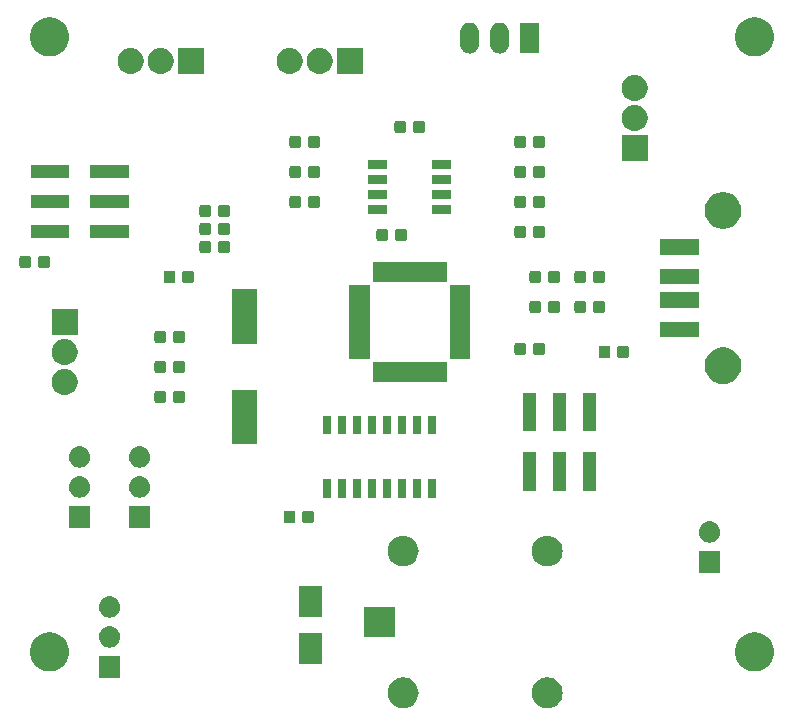
<source format=gts>
G04 #@! TF.GenerationSoftware,KiCad,Pcbnew,5.0.2-bee76a0~70~ubuntu18.10.1*
G04 #@! TF.CreationDate,2019-09-06T12:11:08+02:00*
G04 #@! TF.ProjectId,Handylader_Fach_RS458_SMD_002,48616e64-796c-4616-9465-725f46616368,rev?*
G04 #@! TF.SameCoordinates,Original*
G04 #@! TF.FileFunction,Soldermask,Top*
G04 #@! TF.FilePolarity,Negative*
%FSLAX46Y46*%
G04 Gerber Fmt 4.6, Leading zero omitted, Abs format (unit mm)*
G04 Created by KiCad (PCBNEW 5.0.2-bee76a0~70~ubuntu18.10.1) date Fr 06 Sep 2019 12:11:08 CEST*
%MOMM*%
%LPD*%
G01*
G04 APERTURE LIST*
%ADD10C,0.100000*%
G04 APERTURE END LIST*
D10*
G36*
X77811689Y-74553706D02*
X77955040Y-74567825D01*
X78200280Y-74642218D01*
X78200282Y-74642219D01*
X78426296Y-74763026D01*
X78624397Y-74925603D01*
X78786974Y-75123704D01*
X78786975Y-75123706D01*
X78907782Y-75349720D01*
X78982175Y-75594960D01*
X79007294Y-75850000D01*
X78982175Y-76105040D01*
X78907782Y-76350280D01*
X78907781Y-76350282D01*
X78786974Y-76576296D01*
X78624397Y-76774397D01*
X78426296Y-76936974D01*
X78426294Y-76936975D01*
X78200280Y-77057782D01*
X77955040Y-77132175D01*
X77811689Y-77146294D01*
X77763906Y-77151000D01*
X77636094Y-77151000D01*
X77588311Y-77146294D01*
X77444960Y-77132175D01*
X77199720Y-77057782D01*
X76973706Y-76936975D01*
X76973704Y-76936974D01*
X76775603Y-76774397D01*
X76613026Y-76576296D01*
X76492219Y-76350282D01*
X76492218Y-76350280D01*
X76417825Y-76105040D01*
X76392706Y-75850000D01*
X76417825Y-75594960D01*
X76492218Y-75349720D01*
X76613025Y-75123706D01*
X76613026Y-75123704D01*
X76775603Y-74925603D01*
X76973704Y-74763026D01*
X77199718Y-74642219D01*
X77199720Y-74642218D01*
X77444960Y-74567825D01*
X77588311Y-74553706D01*
X77636094Y-74549000D01*
X77763906Y-74549000D01*
X77811689Y-74553706D01*
X77811689Y-74553706D01*
G37*
G36*
X65611689Y-74553706D02*
X65755040Y-74567825D01*
X66000280Y-74642218D01*
X66000282Y-74642219D01*
X66226296Y-74763026D01*
X66424397Y-74925603D01*
X66586974Y-75123704D01*
X66586975Y-75123706D01*
X66707782Y-75349720D01*
X66782175Y-75594960D01*
X66807294Y-75850000D01*
X66782175Y-76105040D01*
X66707782Y-76350280D01*
X66707781Y-76350282D01*
X66586974Y-76576296D01*
X66424397Y-76774397D01*
X66226296Y-76936974D01*
X66226294Y-76936975D01*
X66000280Y-77057782D01*
X65755040Y-77132175D01*
X65611689Y-77146294D01*
X65563906Y-77151000D01*
X65436094Y-77151000D01*
X65388311Y-77146294D01*
X65244960Y-77132175D01*
X64999720Y-77057782D01*
X64773706Y-76936975D01*
X64773704Y-76936974D01*
X64575603Y-76774397D01*
X64413026Y-76576296D01*
X64292219Y-76350282D01*
X64292218Y-76350280D01*
X64217825Y-76105040D01*
X64192706Y-75850000D01*
X64217825Y-75594960D01*
X64292218Y-75349720D01*
X64413025Y-75123706D01*
X64413026Y-75123704D01*
X64575603Y-74925603D01*
X64773704Y-74763026D01*
X64999718Y-74642219D01*
X64999720Y-74642218D01*
X65244960Y-74567825D01*
X65388311Y-74553706D01*
X65436094Y-74549000D01*
X65563906Y-74549000D01*
X65611689Y-74553706D01*
X65611689Y-74553706D01*
G37*
G36*
X41541000Y-74561000D02*
X39739000Y-74561000D01*
X39739000Y-72759000D01*
X41541000Y-72759000D01*
X41541000Y-74561000D01*
X41541000Y-74561000D01*
G37*
G36*
X95625256Y-70781298D02*
X95731579Y-70802447D01*
X96032042Y-70926903D01*
X96056691Y-70943373D01*
X96302454Y-71107587D01*
X96532413Y-71337546D01*
X96532415Y-71337549D01*
X96713097Y-71607958D01*
X96822790Y-71872779D01*
X96837553Y-71908422D01*
X96901000Y-72227389D01*
X96901000Y-72552611D01*
X96837553Y-72871578D01*
X96713098Y-73172040D01*
X96532413Y-73442454D01*
X96302454Y-73672413D01*
X96302451Y-73672415D01*
X96032042Y-73853097D01*
X95731579Y-73977553D01*
X95625256Y-73998702D01*
X95412611Y-74041000D01*
X95087389Y-74041000D01*
X94874744Y-73998702D01*
X94768421Y-73977553D01*
X94467958Y-73853097D01*
X94197549Y-73672415D01*
X94197546Y-73672413D01*
X93967587Y-73442454D01*
X93786902Y-73172040D01*
X93662447Y-72871578D01*
X93599000Y-72552611D01*
X93599000Y-72227389D01*
X93662447Y-71908422D01*
X93677211Y-71872779D01*
X93786903Y-71607958D01*
X93967585Y-71337549D01*
X93967587Y-71337546D01*
X94197546Y-71107587D01*
X94443309Y-70943373D01*
X94467958Y-70926903D01*
X94768421Y-70802447D01*
X94874744Y-70781298D01*
X95087389Y-70739000D01*
X95412611Y-70739000D01*
X95625256Y-70781298D01*
X95625256Y-70781298D01*
G37*
G36*
X35935256Y-70781298D02*
X36041579Y-70802447D01*
X36342042Y-70926903D01*
X36366691Y-70943373D01*
X36612454Y-71107587D01*
X36842413Y-71337546D01*
X36842415Y-71337549D01*
X37023097Y-71607958D01*
X37132790Y-71872779D01*
X37147553Y-71908422D01*
X37211000Y-72227389D01*
X37211000Y-72552611D01*
X37147553Y-72871578D01*
X37023098Y-73172040D01*
X36842413Y-73442454D01*
X36612454Y-73672413D01*
X36612451Y-73672415D01*
X36342042Y-73853097D01*
X36041579Y-73977553D01*
X35935256Y-73998702D01*
X35722611Y-74041000D01*
X35397389Y-74041000D01*
X35184744Y-73998702D01*
X35078421Y-73977553D01*
X34777958Y-73853097D01*
X34507549Y-73672415D01*
X34507546Y-73672413D01*
X34277587Y-73442454D01*
X34096902Y-73172040D01*
X33972447Y-72871578D01*
X33909000Y-72552611D01*
X33909000Y-72227389D01*
X33972447Y-71908422D01*
X33987211Y-71872779D01*
X34096903Y-71607958D01*
X34277585Y-71337549D01*
X34277587Y-71337546D01*
X34507546Y-71107587D01*
X34753309Y-70943373D01*
X34777958Y-70926903D01*
X35078421Y-70802447D01*
X35184744Y-70781298D01*
X35397389Y-70739000D01*
X35722611Y-70739000D01*
X35935256Y-70781298D01*
X35935256Y-70781298D01*
G37*
G36*
X58609000Y-73405000D02*
X56707000Y-73405000D01*
X56707000Y-70803000D01*
X58609000Y-70803000D01*
X58609000Y-73405000D01*
X58609000Y-73405000D01*
G37*
G36*
X40750442Y-70225518D02*
X40816627Y-70232037D01*
X40929853Y-70266384D01*
X40986467Y-70283557D01*
X41125087Y-70357652D01*
X41142991Y-70367222D01*
X41178729Y-70396552D01*
X41280186Y-70479814D01*
X41363448Y-70581271D01*
X41392778Y-70617009D01*
X41392779Y-70617011D01*
X41476443Y-70773533D01*
X41493616Y-70830147D01*
X41527963Y-70943373D01*
X41545359Y-71120000D01*
X41527963Y-71296627D01*
X41515550Y-71337546D01*
X41476443Y-71466467D01*
X41402348Y-71605087D01*
X41392778Y-71622991D01*
X41363448Y-71658729D01*
X41280186Y-71760186D01*
X41178729Y-71843448D01*
X41142991Y-71872778D01*
X41142989Y-71872779D01*
X40986467Y-71956443D01*
X40929853Y-71973616D01*
X40816627Y-72007963D01*
X40750443Y-72014481D01*
X40684260Y-72021000D01*
X40595740Y-72021000D01*
X40529557Y-72014481D01*
X40463373Y-72007963D01*
X40350147Y-71973616D01*
X40293533Y-71956443D01*
X40137011Y-71872779D01*
X40137009Y-71872778D01*
X40101271Y-71843448D01*
X39999814Y-71760186D01*
X39916552Y-71658729D01*
X39887222Y-71622991D01*
X39877652Y-71605087D01*
X39803557Y-71466467D01*
X39764450Y-71337546D01*
X39752037Y-71296627D01*
X39734641Y-71120000D01*
X39752037Y-70943373D01*
X39786384Y-70830147D01*
X39803557Y-70773533D01*
X39887221Y-70617011D01*
X39887222Y-70617009D01*
X39916552Y-70581271D01*
X39999814Y-70479814D01*
X40101271Y-70396552D01*
X40137009Y-70367222D01*
X40154913Y-70357652D01*
X40293533Y-70283557D01*
X40350147Y-70266384D01*
X40463373Y-70232037D01*
X40529558Y-70225518D01*
X40595740Y-70219000D01*
X40684260Y-70219000D01*
X40750442Y-70225518D01*
X40750442Y-70225518D01*
G37*
G36*
X64801000Y-71151000D02*
X62199000Y-71151000D01*
X62199000Y-68549000D01*
X64801000Y-68549000D01*
X64801000Y-71151000D01*
X64801000Y-71151000D01*
G37*
G36*
X40750443Y-67685519D02*
X40816627Y-67692037D01*
X40929853Y-67726384D01*
X40986467Y-67743557D01*
X41125087Y-67817652D01*
X41142991Y-67827222D01*
X41178729Y-67856552D01*
X41280186Y-67939814D01*
X41363448Y-68041271D01*
X41392778Y-68077009D01*
X41392779Y-68077011D01*
X41476443Y-68233533D01*
X41476443Y-68233534D01*
X41527963Y-68403373D01*
X41545359Y-68580000D01*
X41527963Y-68756627D01*
X41493616Y-68869853D01*
X41476443Y-68926467D01*
X41402348Y-69065087D01*
X41392778Y-69082991D01*
X41363448Y-69118729D01*
X41280186Y-69220186D01*
X41178729Y-69303448D01*
X41142991Y-69332778D01*
X41142989Y-69332779D01*
X40986467Y-69416443D01*
X40929853Y-69433616D01*
X40816627Y-69467963D01*
X40750442Y-69474482D01*
X40684260Y-69481000D01*
X40595740Y-69481000D01*
X40529558Y-69474482D01*
X40463373Y-69467963D01*
X40350147Y-69433616D01*
X40293533Y-69416443D01*
X40137011Y-69332779D01*
X40137009Y-69332778D01*
X40101271Y-69303448D01*
X39999814Y-69220186D01*
X39916552Y-69118729D01*
X39887222Y-69082991D01*
X39877652Y-69065087D01*
X39803557Y-68926467D01*
X39786384Y-68869853D01*
X39752037Y-68756627D01*
X39734641Y-68580000D01*
X39752037Y-68403373D01*
X39803557Y-68233534D01*
X39803557Y-68233533D01*
X39887221Y-68077011D01*
X39887222Y-68077009D01*
X39916552Y-68041271D01*
X39999814Y-67939814D01*
X40101271Y-67856552D01*
X40137009Y-67827222D01*
X40154913Y-67817652D01*
X40293533Y-67743557D01*
X40350147Y-67726384D01*
X40463373Y-67692037D01*
X40529557Y-67685519D01*
X40595740Y-67679000D01*
X40684260Y-67679000D01*
X40750443Y-67685519D01*
X40750443Y-67685519D01*
G37*
G36*
X58609000Y-69405000D02*
X56707000Y-69405000D01*
X56707000Y-66803000D01*
X58609000Y-66803000D01*
X58609000Y-69405000D01*
X58609000Y-69405000D01*
G37*
G36*
X92341000Y-65671000D02*
X90539000Y-65671000D01*
X90539000Y-63869000D01*
X92341000Y-63869000D01*
X92341000Y-65671000D01*
X92341000Y-65671000D01*
G37*
G36*
X65611689Y-62553706D02*
X65755040Y-62567825D01*
X66000280Y-62642218D01*
X66000282Y-62642219D01*
X66226296Y-62763026D01*
X66424397Y-62925603D01*
X66586974Y-63123704D01*
X66586975Y-63123706D01*
X66707782Y-63349720D01*
X66782175Y-63594960D01*
X66807294Y-63850000D01*
X66782175Y-64105040D01*
X66707782Y-64350280D01*
X66707781Y-64350282D01*
X66586974Y-64576296D01*
X66424397Y-64774397D01*
X66226296Y-64936974D01*
X66226294Y-64936975D01*
X66000280Y-65057782D01*
X65755040Y-65132175D01*
X65611689Y-65146294D01*
X65563906Y-65151000D01*
X65436094Y-65151000D01*
X65388311Y-65146294D01*
X65244960Y-65132175D01*
X64999720Y-65057782D01*
X64773706Y-64936975D01*
X64773704Y-64936974D01*
X64575603Y-64774397D01*
X64413026Y-64576296D01*
X64292219Y-64350282D01*
X64292218Y-64350280D01*
X64217825Y-64105040D01*
X64192706Y-63850000D01*
X64217825Y-63594960D01*
X64292218Y-63349720D01*
X64413025Y-63123706D01*
X64413026Y-63123704D01*
X64575603Y-62925603D01*
X64773704Y-62763026D01*
X64999718Y-62642219D01*
X64999720Y-62642218D01*
X65244960Y-62567825D01*
X65388311Y-62553706D01*
X65436094Y-62549000D01*
X65563906Y-62549000D01*
X65611689Y-62553706D01*
X65611689Y-62553706D01*
G37*
G36*
X77811689Y-62553706D02*
X77955040Y-62567825D01*
X78200280Y-62642218D01*
X78200282Y-62642219D01*
X78426296Y-62763026D01*
X78624397Y-62925603D01*
X78786974Y-63123704D01*
X78786975Y-63123706D01*
X78907782Y-63349720D01*
X78982175Y-63594960D01*
X79007294Y-63850000D01*
X78982175Y-64105040D01*
X78907782Y-64350280D01*
X78907781Y-64350282D01*
X78786974Y-64576296D01*
X78624397Y-64774397D01*
X78426296Y-64936974D01*
X78426294Y-64936975D01*
X78200280Y-65057782D01*
X77955040Y-65132175D01*
X77811689Y-65146294D01*
X77763906Y-65151000D01*
X77636094Y-65151000D01*
X77588311Y-65146294D01*
X77444960Y-65132175D01*
X77199720Y-65057782D01*
X76973706Y-64936975D01*
X76973704Y-64936974D01*
X76775603Y-64774397D01*
X76613026Y-64576296D01*
X76492219Y-64350282D01*
X76492218Y-64350280D01*
X76417825Y-64105040D01*
X76392706Y-63850000D01*
X76417825Y-63594960D01*
X76492218Y-63349720D01*
X76613025Y-63123706D01*
X76613026Y-63123704D01*
X76775603Y-62925603D01*
X76973704Y-62763026D01*
X77199718Y-62642219D01*
X77199720Y-62642218D01*
X77444960Y-62567825D01*
X77588311Y-62553706D01*
X77636094Y-62549000D01*
X77763906Y-62549000D01*
X77811689Y-62553706D01*
X77811689Y-62553706D01*
G37*
G36*
X91547412Y-61335220D02*
X91616627Y-61342037D01*
X91720574Y-61373569D01*
X91786467Y-61393557D01*
X91882402Y-61444836D01*
X91942991Y-61477222D01*
X91978729Y-61506552D01*
X92080186Y-61589814D01*
X92163448Y-61691271D01*
X92192778Y-61727009D01*
X92192779Y-61727011D01*
X92276443Y-61883533D01*
X92276443Y-61883534D01*
X92327963Y-62053373D01*
X92345359Y-62230000D01*
X92327963Y-62406627D01*
X92293616Y-62519853D01*
X92276443Y-62576467D01*
X92241298Y-62642218D01*
X92192778Y-62732991D01*
X92168129Y-62763026D01*
X92080186Y-62870186D01*
X91978729Y-62953448D01*
X91942991Y-62982778D01*
X91942989Y-62982779D01*
X91786467Y-63066443D01*
X91729853Y-63083616D01*
X91616627Y-63117963D01*
X91558316Y-63123706D01*
X91484260Y-63131000D01*
X91395740Y-63131000D01*
X91321684Y-63123706D01*
X91263373Y-63117963D01*
X91150147Y-63083616D01*
X91093533Y-63066443D01*
X90937011Y-62982779D01*
X90937009Y-62982778D01*
X90901271Y-62953448D01*
X90799814Y-62870186D01*
X90711871Y-62763026D01*
X90687222Y-62732991D01*
X90638702Y-62642218D01*
X90603557Y-62576467D01*
X90586384Y-62519853D01*
X90552037Y-62406627D01*
X90534641Y-62230000D01*
X90552037Y-62053373D01*
X90603557Y-61883534D01*
X90603557Y-61883533D01*
X90687221Y-61727011D01*
X90687222Y-61727009D01*
X90716552Y-61691271D01*
X90799814Y-61589814D01*
X90901271Y-61506552D01*
X90937009Y-61477222D01*
X90997598Y-61444836D01*
X91093533Y-61393557D01*
X91159426Y-61373569D01*
X91263373Y-61342037D01*
X91332588Y-61335220D01*
X91395740Y-61329000D01*
X91484260Y-61329000D01*
X91547412Y-61335220D01*
X91547412Y-61335220D01*
G37*
G36*
X39001000Y-61861000D02*
X37199000Y-61861000D01*
X37199000Y-60059000D01*
X39001000Y-60059000D01*
X39001000Y-61861000D01*
X39001000Y-61861000D01*
G37*
G36*
X44081000Y-61861000D02*
X42279000Y-61861000D01*
X42279000Y-60059000D01*
X44081000Y-60059000D01*
X44081000Y-61861000D01*
X44081000Y-61861000D01*
G37*
G36*
X56222091Y-60438085D02*
X56256069Y-60448393D01*
X56287387Y-60465133D01*
X56314839Y-60487661D01*
X56337367Y-60515113D01*
X56354107Y-60546431D01*
X56364415Y-60580409D01*
X56368500Y-60621890D01*
X56368500Y-61298110D01*
X56364415Y-61339591D01*
X56354107Y-61373569D01*
X56337367Y-61404887D01*
X56314839Y-61432339D01*
X56287387Y-61454867D01*
X56256069Y-61471607D01*
X56222091Y-61481915D01*
X56180610Y-61486000D01*
X55579390Y-61486000D01*
X55537909Y-61481915D01*
X55503931Y-61471607D01*
X55472613Y-61454867D01*
X55445161Y-61432339D01*
X55422633Y-61404887D01*
X55405893Y-61373569D01*
X55395585Y-61339591D01*
X55391500Y-61298110D01*
X55391500Y-60621890D01*
X55395585Y-60580409D01*
X55405893Y-60546431D01*
X55422633Y-60515113D01*
X55445161Y-60487661D01*
X55472613Y-60465133D01*
X55503931Y-60448393D01*
X55537909Y-60438085D01*
X55579390Y-60434000D01*
X56180610Y-60434000D01*
X56222091Y-60438085D01*
X56222091Y-60438085D01*
G37*
G36*
X57797091Y-60438085D02*
X57831069Y-60448393D01*
X57862387Y-60465133D01*
X57889839Y-60487661D01*
X57912367Y-60515113D01*
X57929107Y-60546431D01*
X57939415Y-60580409D01*
X57943500Y-60621890D01*
X57943500Y-61298110D01*
X57939415Y-61339591D01*
X57929107Y-61373569D01*
X57912367Y-61404887D01*
X57889839Y-61432339D01*
X57862387Y-61454867D01*
X57831069Y-61471607D01*
X57797091Y-61481915D01*
X57755610Y-61486000D01*
X57154390Y-61486000D01*
X57112909Y-61481915D01*
X57078931Y-61471607D01*
X57047613Y-61454867D01*
X57020161Y-61432339D01*
X56997633Y-61404887D01*
X56980893Y-61373569D01*
X56970585Y-61339591D01*
X56966500Y-61298110D01*
X56966500Y-60621890D01*
X56970585Y-60580409D01*
X56980893Y-60546431D01*
X56997633Y-60515113D01*
X57020161Y-60487661D01*
X57047613Y-60465133D01*
X57078931Y-60448393D01*
X57112909Y-60438085D01*
X57154390Y-60434000D01*
X57755610Y-60434000D01*
X57797091Y-60438085D01*
X57797091Y-60438085D01*
G37*
G36*
X67026000Y-59381000D02*
X66324000Y-59381000D01*
X66324000Y-57779000D01*
X67026000Y-57779000D01*
X67026000Y-59381000D01*
X67026000Y-59381000D01*
G37*
G36*
X65756000Y-59381000D02*
X65054000Y-59381000D01*
X65054000Y-57779000D01*
X65756000Y-57779000D01*
X65756000Y-59381000D01*
X65756000Y-59381000D01*
G37*
G36*
X63216000Y-59381000D02*
X62514000Y-59381000D01*
X62514000Y-57779000D01*
X63216000Y-57779000D01*
X63216000Y-59381000D01*
X63216000Y-59381000D01*
G37*
G36*
X61946000Y-59381000D02*
X61244000Y-59381000D01*
X61244000Y-57779000D01*
X61946000Y-57779000D01*
X61946000Y-59381000D01*
X61946000Y-59381000D01*
G37*
G36*
X60676000Y-59381000D02*
X59974000Y-59381000D01*
X59974000Y-57779000D01*
X60676000Y-57779000D01*
X60676000Y-59381000D01*
X60676000Y-59381000D01*
G37*
G36*
X59406000Y-59381000D02*
X58704000Y-59381000D01*
X58704000Y-57779000D01*
X59406000Y-57779000D01*
X59406000Y-59381000D01*
X59406000Y-59381000D01*
G37*
G36*
X68296000Y-59381000D02*
X67594000Y-59381000D01*
X67594000Y-57779000D01*
X68296000Y-57779000D01*
X68296000Y-59381000D01*
X68296000Y-59381000D01*
G37*
G36*
X64486000Y-59381000D02*
X63784000Y-59381000D01*
X63784000Y-57779000D01*
X64486000Y-57779000D01*
X64486000Y-59381000D01*
X64486000Y-59381000D01*
G37*
G36*
X43290443Y-57525519D02*
X43356627Y-57532037D01*
X43469853Y-57566384D01*
X43526467Y-57583557D01*
X43665087Y-57657652D01*
X43682991Y-57667222D01*
X43718729Y-57696552D01*
X43820186Y-57779814D01*
X43903448Y-57881271D01*
X43932778Y-57917009D01*
X43932779Y-57917011D01*
X44016443Y-58073533D01*
X44016443Y-58073534D01*
X44067963Y-58243373D01*
X44085359Y-58420000D01*
X44067963Y-58596627D01*
X44033616Y-58709853D01*
X44016443Y-58766467D01*
X43942348Y-58905087D01*
X43932778Y-58922991D01*
X43903448Y-58958729D01*
X43820186Y-59060186D01*
X43718729Y-59143448D01*
X43682991Y-59172778D01*
X43682989Y-59172779D01*
X43526467Y-59256443D01*
X43469853Y-59273616D01*
X43356627Y-59307963D01*
X43290442Y-59314482D01*
X43224260Y-59321000D01*
X43135740Y-59321000D01*
X43069558Y-59314482D01*
X43003373Y-59307963D01*
X42890147Y-59273616D01*
X42833533Y-59256443D01*
X42677011Y-59172779D01*
X42677009Y-59172778D01*
X42641271Y-59143448D01*
X42539814Y-59060186D01*
X42456552Y-58958729D01*
X42427222Y-58922991D01*
X42417652Y-58905087D01*
X42343557Y-58766467D01*
X42326384Y-58709853D01*
X42292037Y-58596627D01*
X42274641Y-58420000D01*
X42292037Y-58243373D01*
X42343557Y-58073534D01*
X42343557Y-58073533D01*
X42427221Y-57917011D01*
X42427222Y-57917009D01*
X42456552Y-57881271D01*
X42539814Y-57779814D01*
X42641271Y-57696552D01*
X42677009Y-57667222D01*
X42694913Y-57657652D01*
X42833533Y-57583557D01*
X42890147Y-57566384D01*
X43003373Y-57532037D01*
X43069557Y-57525519D01*
X43135740Y-57519000D01*
X43224260Y-57519000D01*
X43290443Y-57525519D01*
X43290443Y-57525519D01*
G37*
G36*
X38210443Y-57525519D02*
X38276627Y-57532037D01*
X38389853Y-57566384D01*
X38446467Y-57583557D01*
X38585087Y-57657652D01*
X38602991Y-57667222D01*
X38638729Y-57696552D01*
X38740186Y-57779814D01*
X38823448Y-57881271D01*
X38852778Y-57917009D01*
X38852779Y-57917011D01*
X38936443Y-58073533D01*
X38936443Y-58073534D01*
X38987963Y-58243373D01*
X39005359Y-58420000D01*
X38987963Y-58596627D01*
X38953616Y-58709853D01*
X38936443Y-58766467D01*
X38862348Y-58905087D01*
X38852778Y-58922991D01*
X38823448Y-58958729D01*
X38740186Y-59060186D01*
X38638729Y-59143448D01*
X38602991Y-59172778D01*
X38602989Y-59172779D01*
X38446467Y-59256443D01*
X38389853Y-59273616D01*
X38276627Y-59307963D01*
X38210442Y-59314482D01*
X38144260Y-59321000D01*
X38055740Y-59321000D01*
X37989558Y-59314482D01*
X37923373Y-59307963D01*
X37810147Y-59273616D01*
X37753533Y-59256443D01*
X37597011Y-59172779D01*
X37597009Y-59172778D01*
X37561271Y-59143448D01*
X37459814Y-59060186D01*
X37376552Y-58958729D01*
X37347222Y-58922991D01*
X37337652Y-58905087D01*
X37263557Y-58766467D01*
X37246384Y-58709853D01*
X37212037Y-58596627D01*
X37194641Y-58420000D01*
X37212037Y-58243373D01*
X37263557Y-58073534D01*
X37263557Y-58073533D01*
X37347221Y-57917011D01*
X37347222Y-57917009D01*
X37376552Y-57881271D01*
X37459814Y-57779814D01*
X37561271Y-57696552D01*
X37597009Y-57667222D01*
X37614913Y-57657652D01*
X37753533Y-57583557D01*
X37810147Y-57566384D01*
X37923373Y-57532037D01*
X37989557Y-57525519D01*
X38055740Y-57519000D01*
X38144260Y-57519000D01*
X38210443Y-57525519D01*
X38210443Y-57525519D01*
G37*
G36*
X76751000Y-58761000D02*
X75649000Y-58761000D01*
X75649000Y-55509000D01*
X76751000Y-55509000D01*
X76751000Y-58761000D01*
X76751000Y-58761000D01*
G37*
G36*
X81831000Y-58761000D02*
X80729000Y-58761000D01*
X80729000Y-55509000D01*
X81831000Y-55509000D01*
X81831000Y-58761000D01*
X81831000Y-58761000D01*
G37*
G36*
X79291000Y-58761000D02*
X78189000Y-58761000D01*
X78189000Y-55509000D01*
X79291000Y-55509000D01*
X79291000Y-58761000D01*
X79291000Y-58761000D01*
G37*
G36*
X38210443Y-54985519D02*
X38276627Y-54992037D01*
X38389853Y-55026384D01*
X38446467Y-55043557D01*
X38585087Y-55117652D01*
X38602991Y-55127222D01*
X38638729Y-55156552D01*
X38740186Y-55239814D01*
X38823448Y-55341271D01*
X38852778Y-55377009D01*
X38852779Y-55377011D01*
X38936443Y-55533533D01*
X38936443Y-55533534D01*
X38987963Y-55703373D01*
X39005359Y-55880000D01*
X38987963Y-56056627D01*
X38953616Y-56169853D01*
X38936443Y-56226467D01*
X38862348Y-56365087D01*
X38852778Y-56382991D01*
X38823448Y-56418729D01*
X38740186Y-56520186D01*
X38638729Y-56603448D01*
X38602991Y-56632778D01*
X38602989Y-56632779D01*
X38446467Y-56716443D01*
X38389853Y-56733616D01*
X38276627Y-56767963D01*
X38210443Y-56774481D01*
X38144260Y-56781000D01*
X38055740Y-56781000D01*
X37989557Y-56774481D01*
X37923373Y-56767963D01*
X37810147Y-56733616D01*
X37753533Y-56716443D01*
X37597011Y-56632779D01*
X37597009Y-56632778D01*
X37561271Y-56603448D01*
X37459814Y-56520186D01*
X37376552Y-56418729D01*
X37347222Y-56382991D01*
X37337652Y-56365087D01*
X37263557Y-56226467D01*
X37246384Y-56169853D01*
X37212037Y-56056627D01*
X37194641Y-55880000D01*
X37212037Y-55703373D01*
X37263557Y-55533534D01*
X37263557Y-55533533D01*
X37347221Y-55377011D01*
X37347222Y-55377009D01*
X37376552Y-55341271D01*
X37459814Y-55239814D01*
X37561271Y-55156552D01*
X37597009Y-55127222D01*
X37614913Y-55117652D01*
X37753533Y-55043557D01*
X37810147Y-55026384D01*
X37923373Y-54992037D01*
X37989557Y-54985519D01*
X38055740Y-54979000D01*
X38144260Y-54979000D01*
X38210443Y-54985519D01*
X38210443Y-54985519D01*
G37*
G36*
X43290443Y-54985519D02*
X43356627Y-54992037D01*
X43469853Y-55026384D01*
X43526467Y-55043557D01*
X43665087Y-55117652D01*
X43682991Y-55127222D01*
X43718729Y-55156552D01*
X43820186Y-55239814D01*
X43903448Y-55341271D01*
X43932778Y-55377009D01*
X43932779Y-55377011D01*
X44016443Y-55533533D01*
X44016443Y-55533534D01*
X44067963Y-55703373D01*
X44085359Y-55880000D01*
X44067963Y-56056627D01*
X44033616Y-56169853D01*
X44016443Y-56226467D01*
X43942348Y-56365087D01*
X43932778Y-56382991D01*
X43903448Y-56418729D01*
X43820186Y-56520186D01*
X43718729Y-56603448D01*
X43682991Y-56632778D01*
X43682989Y-56632779D01*
X43526467Y-56716443D01*
X43469853Y-56733616D01*
X43356627Y-56767963D01*
X43290443Y-56774481D01*
X43224260Y-56781000D01*
X43135740Y-56781000D01*
X43069557Y-56774481D01*
X43003373Y-56767963D01*
X42890147Y-56733616D01*
X42833533Y-56716443D01*
X42677011Y-56632779D01*
X42677009Y-56632778D01*
X42641271Y-56603448D01*
X42539814Y-56520186D01*
X42456552Y-56418729D01*
X42427222Y-56382991D01*
X42417652Y-56365087D01*
X42343557Y-56226467D01*
X42326384Y-56169853D01*
X42292037Y-56056627D01*
X42274641Y-55880000D01*
X42292037Y-55703373D01*
X42343557Y-55533534D01*
X42343557Y-55533533D01*
X42427221Y-55377011D01*
X42427222Y-55377009D01*
X42456552Y-55341271D01*
X42539814Y-55239814D01*
X42641271Y-55156552D01*
X42677009Y-55127222D01*
X42694913Y-55117652D01*
X42833533Y-55043557D01*
X42890147Y-55026384D01*
X43003373Y-54992037D01*
X43069557Y-54985519D01*
X43135740Y-54979000D01*
X43224260Y-54979000D01*
X43290443Y-54985519D01*
X43290443Y-54985519D01*
G37*
G36*
X53121000Y-54811000D02*
X51019000Y-54811000D01*
X51019000Y-50209000D01*
X53121000Y-50209000D01*
X53121000Y-54811000D01*
X53121000Y-54811000D01*
G37*
G36*
X63216000Y-53981000D02*
X62514000Y-53981000D01*
X62514000Y-52379000D01*
X63216000Y-52379000D01*
X63216000Y-53981000D01*
X63216000Y-53981000D01*
G37*
G36*
X67026000Y-53981000D02*
X66324000Y-53981000D01*
X66324000Y-52379000D01*
X67026000Y-52379000D01*
X67026000Y-53981000D01*
X67026000Y-53981000D01*
G37*
G36*
X68296000Y-53981000D02*
X67594000Y-53981000D01*
X67594000Y-52379000D01*
X68296000Y-52379000D01*
X68296000Y-53981000D01*
X68296000Y-53981000D01*
G37*
G36*
X65756000Y-53981000D02*
X65054000Y-53981000D01*
X65054000Y-52379000D01*
X65756000Y-52379000D01*
X65756000Y-53981000D01*
X65756000Y-53981000D01*
G37*
G36*
X61946000Y-53981000D02*
X61244000Y-53981000D01*
X61244000Y-52379000D01*
X61946000Y-52379000D01*
X61946000Y-53981000D01*
X61946000Y-53981000D01*
G37*
G36*
X60676000Y-53981000D02*
X59974000Y-53981000D01*
X59974000Y-52379000D01*
X60676000Y-52379000D01*
X60676000Y-53981000D01*
X60676000Y-53981000D01*
G37*
G36*
X59406000Y-53981000D02*
X58704000Y-53981000D01*
X58704000Y-52379000D01*
X59406000Y-52379000D01*
X59406000Y-53981000D01*
X59406000Y-53981000D01*
G37*
G36*
X64486000Y-53981000D02*
X63784000Y-53981000D01*
X63784000Y-52379000D01*
X64486000Y-52379000D01*
X64486000Y-53981000D01*
X64486000Y-53981000D01*
G37*
G36*
X76751000Y-53711000D02*
X75649000Y-53711000D01*
X75649000Y-50459000D01*
X76751000Y-50459000D01*
X76751000Y-53711000D01*
X76751000Y-53711000D01*
G37*
G36*
X81831000Y-53711000D02*
X80729000Y-53711000D01*
X80729000Y-50459000D01*
X81831000Y-50459000D01*
X81831000Y-53711000D01*
X81831000Y-53711000D01*
G37*
G36*
X79291000Y-53711000D02*
X78189000Y-53711000D01*
X78189000Y-50459000D01*
X79291000Y-50459000D01*
X79291000Y-53711000D01*
X79291000Y-53711000D01*
G37*
G36*
X45274591Y-50278085D02*
X45308569Y-50288393D01*
X45339887Y-50305133D01*
X45367339Y-50327661D01*
X45389867Y-50355113D01*
X45406607Y-50386431D01*
X45416915Y-50420409D01*
X45421000Y-50461890D01*
X45421000Y-51138110D01*
X45416915Y-51179591D01*
X45406607Y-51213569D01*
X45389867Y-51244887D01*
X45367339Y-51272339D01*
X45339887Y-51294867D01*
X45308569Y-51311607D01*
X45274591Y-51321915D01*
X45233110Y-51326000D01*
X44631890Y-51326000D01*
X44590409Y-51321915D01*
X44556431Y-51311607D01*
X44525113Y-51294867D01*
X44497661Y-51272339D01*
X44475133Y-51244887D01*
X44458393Y-51213569D01*
X44448085Y-51179591D01*
X44444000Y-51138110D01*
X44444000Y-50461890D01*
X44448085Y-50420409D01*
X44458393Y-50386431D01*
X44475133Y-50355113D01*
X44497661Y-50327661D01*
X44525113Y-50305133D01*
X44556431Y-50288393D01*
X44590409Y-50278085D01*
X44631890Y-50274000D01*
X45233110Y-50274000D01*
X45274591Y-50278085D01*
X45274591Y-50278085D01*
G37*
G36*
X46849591Y-50278085D02*
X46883569Y-50288393D01*
X46914887Y-50305133D01*
X46942339Y-50327661D01*
X46964867Y-50355113D01*
X46981607Y-50386431D01*
X46991915Y-50420409D01*
X46996000Y-50461890D01*
X46996000Y-51138110D01*
X46991915Y-51179591D01*
X46981607Y-51213569D01*
X46964867Y-51244887D01*
X46942339Y-51272339D01*
X46914887Y-51294867D01*
X46883569Y-51311607D01*
X46849591Y-51321915D01*
X46808110Y-51326000D01*
X46206890Y-51326000D01*
X46165409Y-51321915D01*
X46131431Y-51311607D01*
X46100113Y-51294867D01*
X46072661Y-51272339D01*
X46050133Y-51244887D01*
X46033393Y-51213569D01*
X46023085Y-51179591D01*
X46019000Y-51138110D01*
X46019000Y-50461890D01*
X46023085Y-50420409D01*
X46033393Y-50386431D01*
X46050133Y-50355113D01*
X46072661Y-50327661D01*
X46100113Y-50305133D01*
X46131431Y-50288393D01*
X46165409Y-50278085D01*
X46206890Y-50274000D01*
X46808110Y-50274000D01*
X46849591Y-50278085D01*
X46849591Y-50278085D01*
G37*
G36*
X37044794Y-48450155D02*
X37151150Y-48471311D01*
X37221990Y-48500654D01*
X37351516Y-48554305D01*
X37351519Y-48554307D01*
X37530007Y-48673569D01*
X37531850Y-48674801D01*
X37685199Y-48828150D01*
X37805695Y-49008484D01*
X37888689Y-49208851D01*
X37931000Y-49421560D01*
X37931000Y-49638440D01*
X37888689Y-49851149D01*
X37805695Y-50051516D01*
X37685199Y-50231850D01*
X37531850Y-50385199D01*
X37531847Y-50385201D01*
X37531846Y-50385202D01*
X37404041Y-50470599D01*
X37351516Y-50505695D01*
X37221990Y-50559346D01*
X37151150Y-50588689D01*
X37044794Y-50609845D01*
X36938440Y-50631000D01*
X36721560Y-50631000D01*
X36615206Y-50609845D01*
X36508850Y-50588689D01*
X36438010Y-50559346D01*
X36308484Y-50505695D01*
X36255959Y-50470599D01*
X36128154Y-50385202D01*
X36128153Y-50385201D01*
X36128150Y-50385199D01*
X35974801Y-50231850D01*
X35854305Y-50051516D01*
X35771311Y-49851149D01*
X35729000Y-49638440D01*
X35729000Y-49421560D01*
X35771311Y-49208851D01*
X35854305Y-49008484D01*
X35974801Y-48828150D01*
X36128150Y-48674801D01*
X36129994Y-48673569D01*
X36308481Y-48554307D01*
X36308484Y-48554305D01*
X36438010Y-48500654D01*
X36508850Y-48471311D01*
X36615206Y-48450155D01*
X36721560Y-48429000D01*
X36938440Y-48429000D01*
X37044794Y-48450155D01*
X37044794Y-48450155D01*
G37*
G36*
X92922527Y-46658736D02*
X93022410Y-46678604D01*
X93304674Y-46795521D01*
X93558705Y-46965259D01*
X93774741Y-47181295D01*
X93944479Y-47435326D01*
X94061396Y-47717590D01*
X94081264Y-47817473D01*
X94121000Y-48017238D01*
X94121000Y-48322762D01*
X94081264Y-48522527D01*
X94061396Y-48622410D01*
X93944479Y-48904674D01*
X93774741Y-49158705D01*
X93558705Y-49374741D01*
X93304674Y-49544479D01*
X93022410Y-49661396D01*
X92922527Y-49681264D01*
X92722762Y-49721000D01*
X92417238Y-49721000D01*
X92217473Y-49681264D01*
X92117590Y-49661396D01*
X91835326Y-49544479D01*
X91581295Y-49374741D01*
X91365259Y-49158705D01*
X91195521Y-48904674D01*
X91078604Y-48622410D01*
X91058736Y-48522527D01*
X91019000Y-48322762D01*
X91019000Y-48017238D01*
X91058736Y-47817473D01*
X91078604Y-47717590D01*
X91195521Y-47435326D01*
X91365259Y-47181295D01*
X91581295Y-46965259D01*
X91835326Y-46795521D01*
X92117590Y-46678604D01*
X92217473Y-46658736D01*
X92417238Y-46619000D01*
X92722762Y-46619000D01*
X92922527Y-46658736D01*
X92922527Y-46658736D01*
G37*
G36*
X69176000Y-49551000D02*
X62924000Y-49551000D01*
X62924000Y-47849000D01*
X69176000Y-47849000D01*
X69176000Y-49551000D01*
X69176000Y-49551000D01*
G37*
G36*
X45274591Y-47738085D02*
X45308569Y-47748393D01*
X45339887Y-47765133D01*
X45367339Y-47787661D01*
X45389867Y-47815113D01*
X45406607Y-47846431D01*
X45416915Y-47880409D01*
X45421000Y-47921890D01*
X45421000Y-48598110D01*
X45416915Y-48639591D01*
X45406607Y-48673569D01*
X45389867Y-48704887D01*
X45367339Y-48732339D01*
X45339887Y-48754867D01*
X45308569Y-48771607D01*
X45274591Y-48781915D01*
X45233110Y-48786000D01*
X44631890Y-48786000D01*
X44590409Y-48781915D01*
X44556431Y-48771607D01*
X44525113Y-48754867D01*
X44497661Y-48732339D01*
X44475133Y-48704887D01*
X44458393Y-48673569D01*
X44448085Y-48639591D01*
X44444000Y-48598110D01*
X44444000Y-47921890D01*
X44448085Y-47880409D01*
X44458393Y-47846431D01*
X44475133Y-47815113D01*
X44497661Y-47787661D01*
X44525113Y-47765133D01*
X44556431Y-47748393D01*
X44590409Y-47738085D01*
X44631890Y-47734000D01*
X45233110Y-47734000D01*
X45274591Y-47738085D01*
X45274591Y-47738085D01*
G37*
G36*
X46849591Y-47738085D02*
X46883569Y-47748393D01*
X46914887Y-47765133D01*
X46942339Y-47787661D01*
X46964867Y-47815113D01*
X46981607Y-47846431D01*
X46991915Y-47880409D01*
X46996000Y-47921890D01*
X46996000Y-48598110D01*
X46991915Y-48639591D01*
X46981607Y-48673569D01*
X46964867Y-48704887D01*
X46942339Y-48732339D01*
X46914887Y-48754867D01*
X46883569Y-48771607D01*
X46849591Y-48781915D01*
X46808110Y-48786000D01*
X46206890Y-48786000D01*
X46165409Y-48781915D01*
X46131431Y-48771607D01*
X46100113Y-48754867D01*
X46072661Y-48732339D01*
X46050133Y-48704887D01*
X46033393Y-48673569D01*
X46023085Y-48639591D01*
X46019000Y-48598110D01*
X46019000Y-47921890D01*
X46023085Y-47880409D01*
X46033393Y-47846431D01*
X46050133Y-47815113D01*
X46072661Y-47787661D01*
X46100113Y-47765133D01*
X46131431Y-47748393D01*
X46165409Y-47738085D01*
X46206890Y-47734000D01*
X46808110Y-47734000D01*
X46849591Y-47738085D01*
X46849591Y-47738085D01*
G37*
G36*
X37044794Y-45910155D02*
X37151150Y-45931311D01*
X37221990Y-45960654D01*
X37351516Y-46014305D01*
X37351519Y-46014307D01*
X37530007Y-46133569D01*
X37531850Y-46134801D01*
X37685199Y-46288150D01*
X37685201Y-46288153D01*
X37685202Y-46288154D01*
X37733729Y-46360780D01*
X37805695Y-46468484D01*
X37837435Y-46545113D01*
X37888689Y-46668850D01*
X37931000Y-46881561D01*
X37931000Y-47098439D01*
X37898466Y-47262000D01*
X37888689Y-47311149D01*
X37805695Y-47511516D01*
X37685199Y-47691850D01*
X37531850Y-47845199D01*
X37531847Y-47845201D01*
X37531846Y-47845202D01*
X37404041Y-47930599D01*
X37351516Y-47965695D01*
X37227079Y-48017238D01*
X37151150Y-48048689D01*
X37044795Y-48069844D01*
X36938440Y-48091000D01*
X36721560Y-48091000D01*
X36615206Y-48069845D01*
X36508850Y-48048689D01*
X36432921Y-48017238D01*
X36308484Y-47965695D01*
X36255959Y-47930599D01*
X36128154Y-47845202D01*
X36128153Y-47845201D01*
X36128150Y-47845199D01*
X35974801Y-47691850D01*
X35854305Y-47511516D01*
X35771311Y-47311149D01*
X35761535Y-47262000D01*
X35729000Y-47098439D01*
X35729000Y-46881561D01*
X35771311Y-46668850D01*
X35822565Y-46545113D01*
X35854305Y-46468484D01*
X35926271Y-46360780D01*
X35974798Y-46288154D01*
X35974799Y-46288153D01*
X35974801Y-46288150D01*
X36128150Y-46134801D01*
X36129994Y-46133569D01*
X36308481Y-46014307D01*
X36308484Y-46014305D01*
X36438010Y-45960654D01*
X36508850Y-45931311D01*
X36615206Y-45910155D01*
X36721560Y-45889000D01*
X36938440Y-45889000D01*
X37044794Y-45910155D01*
X37044794Y-45910155D01*
G37*
G36*
X62651000Y-47576000D02*
X60949000Y-47576000D01*
X60949000Y-41324000D01*
X62651000Y-41324000D01*
X62651000Y-47576000D01*
X62651000Y-47576000D01*
G37*
G36*
X71151000Y-47576000D02*
X69449000Y-47576000D01*
X69449000Y-41324000D01*
X71151000Y-41324000D01*
X71151000Y-47576000D01*
X71151000Y-47576000D01*
G37*
G36*
X82892091Y-46468085D02*
X82926069Y-46478393D01*
X82957387Y-46495133D01*
X82984839Y-46517661D01*
X83007367Y-46545113D01*
X83024107Y-46576431D01*
X83034415Y-46610409D01*
X83038500Y-46651890D01*
X83038500Y-47328110D01*
X83034415Y-47369591D01*
X83024107Y-47403569D01*
X83007367Y-47434887D01*
X82984839Y-47462339D01*
X82957387Y-47484867D01*
X82926069Y-47501607D01*
X82892091Y-47511915D01*
X82850610Y-47516000D01*
X82249390Y-47516000D01*
X82207909Y-47511915D01*
X82173931Y-47501607D01*
X82142613Y-47484867D01*
X82115161Y-47462339D01*
X82092633Y-47434887D01*
X82075893Y-47403569D01*
X82065585Y-47369591D01*
X82061500Y-47328110D01*
X82061500Y-46651890D01*
X82065585Y-46610409D01*
X82075893Y-46576431D01*
X82092633Y-46545113D01*
X82115161Y-46517661D01*
X82142613Y-46495133D01*
X82173931Y-46478393D01*
X82207909Y-46468085D01*
X82249390Y-46464000D01*
X82850610Y-46464000D01*
X82892091Y-46468085D01*
X82892091Y-46468085D01*
G37*
G36*
X84467091Y-46468085D02*
X84501069Y-46478393D01*
X84532387Y-46495133D01*
X84559839Y-46517661D01*
X84582367Y-46545113D01*
X84599107Y-46576431D01*
X84609415Y-46610409D01*
X84613500Y-46651890D01*
X84613500Y-47328110D01*
X84609415Y-47369591D01*
X84599107Y-47403569D01*
X84582367Y-47434887D01*
X84559839Y-47462339D01*
X84532387Y-47484867D01*
X84501069Y-47501607D01*
X84467091Y-47511915D01*
X84425610Y-47516000D01*
X83824390Y-47516000D01*
X83782909Y-47511915D01*
X83748931Y-47501607D01*
X83717613Y-47484867D01*
X83690161Y-47462339D01*
X83667633Y-47434887D01*
X83650893Y-47403569D01*
X83640585Y-47369591D01*
X83636500Y-47328110D01*
X83636500Y-46651890D01*
X83640585Y-46610409D01*
X83650893Y-46576431D01*
X83667633Y-46545113D01*
X83690161Y-46517661D01*
X83717613Y-46495133D01*
X83748931Y-46478393D01*
X83782909Y-46468085D01*
X83824390Y-46464000D01*
X84425610Y-46464000D01*
X84467091Y-46468085D01*
X84467091Y-46468085D01*
G37*
G36*
X75754591Y-46214085D02*
X75788569Y-46224393D01*
X75819887Y-46241133D01*
X75847339Y-46263661D01*
X75869867Y-46291113D01*
X75886607Y-46322431D01*
X75896915Y-46356409D01*
X75901000Y-46397890D01*
X75901000Y-47074110D01*
X75896915Y-47115591D01*
X75886607Y-47149569D01*
X75869867Y-47180887D01*
X75847339Y-47208339D01*
X75819887Y-47230867D01*
X75788569Y-47247607D01*
X75754591Y-47257915D01*
X75713110Y-47262000D01*
X75111890Y-47262000D01*
X75070409Y-47257915D01*
X75036431Y-47247607D01*
X75005113Y-47230867D01*
X74977661Y-47208339D01*
X74955133Y-47180887D01*
X74938393Y-47149569D01*
X74928085Y-47115591D01*
X74924000Y-47074110D01*
X74924000Y-46397890D01*
X74928085Y-46356409D01*
X74938393Y-46322431D01*
X74955133Y-46291113D01*
X74977661Y-46263661D01*
X75005113Y-46241133D01*
X75036431Y-46224393D01*
X75070409Y-46214085D01*
X75111890Y-46210000D01*
X75713110Y-46210000D01*
X75754591Y-46214085D01*
X75754591Y-46214085D01*
G37*
G36*
X77329591Y-46214085D02*
X77363569Y-46224393D01*
X77394887Y-46241133D01*
X77422339Y-46263661D01*
X77444867Y-46291113D01*
X77461607Y-46322431D01*
X77471915Y-46356409D01*
X77476000Y-46397890D01*
X77476000Y-47074110D01*
X77471915Y-47115591D01*
X77461607Y-47149569D01*
X77444867Y-47180887D01*
X77422339Y-47208339D01*
X77394887Y-47230867D01*
X77363569Y-47247607D01*
X77329591Y-47257915D01*
X77288110Y-47262000D01*
X76686890Y-47262000D01*
X76645409Y-47257915D01*
X76611431Y-47247607D01*
X76580113Y-47230867D01*
X76552661Y-47208339D01*
X76530133Y-47180887D01*
X76513393Y-47149569D01*
X76503085Y-47115591D01*
X76499000Y-47074110D01*
X76499000Y-46397890D01*
X76503085Y-46356409D01*
X76513393Y-46322431D01*
X76530133Y-46291113D01*
X76552661Y-46263661D01*
X76580113Y-46241133D01*
X76611431Y-46224393D01*
X76645409Y-46214085D01*
X76686890Y-46210000D01*
X77288110Y-46210000D01*
X77329591Y-46214085D01*
X77329591Y-46214085D01*
G37*
G36*
X53121000Y-46311000D02*
X51019000Y-46311000D01*
X51019000Y-41709000D01*
X53121000Y-41709000D01*
X53121000Y-46311000D01*
X53121000Y-46311000D01*
G37*
G36*
X45274591Y-45198085D02*
X45308569Y-45208393D01*
X45339887Y-45225133D01*
X45367339Y-45247661D01*
X45389867Y-45275113D01*
X45406607Y-45306431D01*
X45416915Y-45340409D01*
X45421000Y-45381890D01*
X45421000Y-46058110D01*
X45416915Y-46099591D01*
X45406607Y-46133569D01*
X45389867Y-46164887D01*
X45367339Y-46192339D01*
X45339887Y-46214867D01*
X45308569Y-46231607D01*
X45274591Y-46241915D01*
X45233110Y-46246000D01*
X44631890Y-46246000D01*
X44590409Y-46241915D01*
X44556431Y-46231607D01*
X44525113Y-46214867D01*
X44497661Y-46192339D01*
X44475133Y-46164887D01*
X44458393Y-46133569D01*
X44448085Y-46099591D01*
X44444000Y-46058110D01*
X44444000Y-45381890D01*
X44448085Y-45340409D01*
X44458393Y-45306431D01*
X44475133Y-45275113D01*
X44497661Y-45247661D01*
X44525113Y-45225133D01*
X44556431Y-45208393D01*
X44590409Y-45198085D01*
X44631890Y-45194000D01*
X45233110Y-45194000D01*
X45274591Y-45198085D01*
X45274591Y-45198085D01*
G37*
G36*
X46849591Y-45198085D02*
X46883569Y-45208393D01*
X46914887Y-45225133D01*
X46942339Y-45247661D01*
X46964867Y-45275113D01*
X46981607Y-45306431D01*
X46991915Y-45340409D01*
X46996000Y-45381890D01*
X46996000Y-46058110D01*
X46991915Y-46099591D01*
X46981607Y-46133569D01*
X46964867Y-46164887D01*
X46942339Y-46192339D01*
X46914887Y-46214867D01*
X46883569Y-46231607D01*
X46849591Y-46241915D01*
X46808110Y-46246000D01*
X46206890Y-46246000D01*
X46165409Y-46241915D01*
X46131431Y-46231607D01*
X46100113Y-46214867D01*
X46072661Y-46192339D01*
X46050133Y-46164887D01*
X46033393Y-46133569D01*
X46023085Y-46099591D01*
X46019000Y-46058110D01*
X46019000Y-45381890D01*
X46023085Y-45340409D01*
X46033393Y-45306431D01*
X46050133Y-45275113D01*
X46072661Y-45247661D01*
X46100113Y-45225133D01*
X46131431Y-45208393D01*
X46165409Y-45198085D01*
X46206890Y-45194000D01*
X46808110Y-45194000D01*
X46849591Y-45198085D01*
X46849591Y-45198085D01*
G37*
G36*
X90551000Y-45751000D02*
X87249000Y-45751000D01*
X87249000Y-44449000D01*
X90551000Y-44449000D01*
X90551000Y-45751000D01*
X90551000Y-45751000D01*
G37*
G36*
X37931000Y-45551000D02*
X35729000Y-45551000D01*
X35729000Y-43349000D01*
X37931000Y-43349000D01*
X37931000Y-45551000D01*
X37931000Y-45551000D01*
G37*
G36*
X80834591Y-42658085D02*
X80868569Y-42668393D01*
X80899887Y-42685133D01*
X80927339Y-42707661D01*
X80949867Y-42735113D01*
X80966607Y-42766431D01*
X80976915Y-42800409D01*
X80981000Y-42841890D01*
X80981000Y-43518110D01*
X80976915Y-43559591D01*
X80966607Y-43593569D01*
X80949867Y-43624887D01*
X80927339Y-43652339D01*
X80899887Y-43674867D01*
X80868569Y-43691607D01*
X80834591Y-43701915D01*
X80793110Y-43706000D01*
X80191890Y-43706000D01*
X80150409Y-43701915D01*
X80116431Y-43691607D01*
X80085113Y-43674867D01*
X80057661Y-43652339D01*
X80035133Y-43624887D01*
X80018393Y-43593569D01*
X80008085Y-43559591D01*
X80004000Y-43518110D01*
X80004000Y-42841890D01*
X80008085Y-42800409D01*
X80018393Y-42766431D01*
X80035133Y-42735113D01*
X80057661Y-42707661D01*
X80085113Y-42685133D01*
X80116431Y-42668393D01*
X80150409Y-42658085D01*
X80191890Y-42654000D01*
X80793110Y-42654000D01*
X80834591Y-42658085D01*
X80834591Y-42658085D01*
G37*
G36*
X78599591Y-42658085D02*
X78633569Y-42668393D01*
X78664887Y-42685133D01*
X78692339Y-42707661D01*
X78714867Y-42735113D01*
X78731607Y-42766431D01*
X78741915Y-42800409D01*
X78746000Y-42841890D01*
X78746000Y-43518110D01*
X78741915Y-43559591D01*
X78731607Y-43593569D01*
X78714867Y-43624887D01*
X78692339Y-43652339D01*
X78664887Y-43674867D01*
X78633569Y-43691607D01*
X78599591Y-43701915D01*
X78558110Y-43706000D01*
X77956890Y-43706000D01*
X77915409Y-43701915D01*
X77881431Y-43691607D01*
X77850113Y-43674867D01*
X77822661Y-43652339D01*
X77800133Y-43624887D01*
X77783393Y-43593569D01*
X77773085Y-43559591D01*
X77769000Y-43518110D01*
X77769000Y-42841890D01*
X77773085Y-42800409D01*
X77783393Y-42766431D01*
X77800133Y-42735113D01*
X77822661Y-42707661D01*
X77850113Y-42685133D01*
X77881431Y-42668393D01*
X77915409Y-42658085D01*
X77956890Y-42654000D01*
X78558110Y-42654000D01*
X78599591Y-42658085D01*
X78599591Y-42658085D01*
G37*
G36*
X82409591Y-42658085D02*
X82443569Y-42668393D01*
X82474887Y-42685133D01*
X82502339Y-42707661D01*
X82524867Y-42735113D01*
X82541607Y-42766431D01*
X82551915Y-42800409D01*
X82556000Y-42841890D01*
X82556000Y-43518110D01*
X82551915Y-43559591D01*
X82541607Y-43593569D01*
X82524867Y-43624887D01*
X82502339Y-43652339D01*
X82474887Y-43674867D01*
X82443569Y-43691607D01*
X82409591Y-43701915D01*
X82368110Y-43706000D01*
X81766890Y-43706000D01*
X81725409Y-43701915D01*
X81691431Y-43691607D01*
X81660113Y-43674867D01*
X81632661Y-43652339D01*
X81610133Y-43624887D01*
X81593393Y-43593569D01*
X81583085Y-43559591D01*
X81579000Y-43518110D01*
X81579000Y-42841890D01*
X81583085Y-42800409D01*
X81593393Y-42766431D01*
X81610133Y-42735113D01*
X81632661Y-42707661D01*
X81660113Y-42685133D01*
X81691431Y-42668393D01*
X81725409Y-42658085D01*
X81766890Y-42654000D01*
X82368110Y-42654000D01*
X82409591Y-42658085D01*
X82409591Y-42658085D01*
G37*
G36*
X77024591Y-42658085D02*
X77058569Y-42668393D01*
X77089887Y-42685133D01*
X77117339Y-42707661D01*
X77139867Y-42735113D01*
X77156607Y-42766431D01*
X77166915Y-42800409D01*
X77171000Y-42841890D01*
X77171000Y-43518110D01*
X77166915Y-43559591D01*
X77156607Y-43593569D01*
X77139867Y-43624887D01*
X77117339Y-43652339D01*
X77089887Y-43674867D01*
X77058569Y-43691607D01*
X77024591Y-43701915D01*
X76983110Y-43706000D01*
X76381890Y-43706000D01*
X76340409Y-43701915D01*
X76306431Y-43691607D01*
X76275113Y-43674867D01*
X76247661Y-43652339D01*
X76225133Y-43624887D01*
X76208393Y-43593569D01*
X76198085Y-43559591D01*
X76194000Y-43518110D01*
X76194000Y-42841890D01*
X76198085Y-42800409D01*
X76208393Y-42766431D01*
X76225133Y-42735113D01*
X76247661Y-42707661D01*
X76275113Y-42685133D01*
X76306431Y-42668393D01*
X76340409Y-42658085D01*
X76381890Y-42654000D01*
X76983110Y-42654000D01*
X77024591Y-42658085D01*
X77024591Y-42658085D01*
G37*
G36*
X90551000Y-43251000D02*
X87249000Y-43251000D01*
X87249000Y-41949000D01*
X90551000Y-41949000D01*
X90551000Y-43251000D01*
X90551000Y-43251000D01*
G37*
G36*
X90551000Y-41251000D02*
X87249000Y-41251000D01*
X87249000Y-39949000D01*
X90551000Y-39949000D01*
X90551000Y-41251000D01*
X90551000Y-41251000D01*
G37*
G36*
X47637091Y-40118085D02*
X47671069Y-40128393D01*
X47702387Y-40145133D01*
X47729839Y-40167661D01*
X47752367Y-40195113D01*
X47769107Y-40226431D01*
X47779415Y-40260409D01*
X47783500Y-40301890D01*
X47783500Y-40978110D01*
X47779415Y-41019591D01*
X47769107Y-41053569D01*
X47752367Y-41084887D01*
X47729839Y-41112339D01*
X47702387Y-41134867D01*
X47671069Y-41151607D01*
X47637091Y-41161915D01*
X47595610Y-41166000D01*
X46994390Y-41166000D01*
X46952909Y-41161915D01*
X46918931Y-41151607D01*
X46887613Y-41134867D01*
X46860161Y-41112339D01*
X46837633Y-41084887D01*
X46820893Y-41053569D01*
X46810585Y-41019591D01*
X46806500Y-40978110D01*
X46806500Y-40301890D01*
X46810585Y-40260409D01*
X46820893Y-40226431D01*
X46837633Y-40195113D01*
X46860161Y-40167661D01*
X46887613Y-40145133D01*
X46918931Y-40128393D01*
X46952909Y-40118085D01*
X46994390Y-40114000D01*
X47595610Y-40114000D01*
X47637091Y-40118085D01*
X47637091Y-40118085D01*
G37*
G36*
X82409591Y-40118085D02*
X82443569Y-40128393D01*
X82474887Y-40145133D01*
X82502339Y-40167661D01*
X82524867Y-40195113D01*
X82541607Y-40226431D01*
X82551915Y-40260409D01*
X82556000Y-40301890D01*
X82556000Y-40978110D01*
X82551915Y-41019591D01*
X82541607Y-41053569D01*
X82524867Y-41084887D01*
X82502339Y-41112339D01*
X82474887Y-41134867D01*
X82443569Y-41151607D01*
X82409591Y-41161915D01*
X82368110Y-41166000D01*
X81766890Y-41166000D01*
X81725409Y-41161915D01*
X81691431Y-41151607D01*
X81660113Y-41134867D01*
X81632661Y-41112339D01*
X81610133Y-41084887D01*
X81593393Y-41053569D01*
X81583085Y-41019591D01*
X81579000Y-40978110D01*
X81579000Y-40301890D01*
X81583085Y-40260409D01*
X81593393Y-40226431D01*
X81610133Y-40195113D01*
X81632661Y-40167661D01*
X81660113Y-40145133D01*
X81691431Y-40128393D01*
X81725409Y-40118085D01*
X81766890Y-40114000D01*
X82368110Y-40114000D01*
X82409591Y-40118085D01*
X82409591Y-40118085D01*
G37*
G36*
X80834591Y-40118085D02*
X80868569Y-40128393D01*
X80899887Y-40145133D01*
X80927339Y-40167661D01*
X80949867Y-40195113D01*
X80966607Y-40226431D01*
X80976915Y-40260409D01*
X80981000Y-40301890D01*
X80981000Y-40978110D01*
X80976915Y-41019591D01*
X80966607Y-41053569D01*
X80949867Y-41084887D01*
X80927339Y-41112339D01*
X80899887Y-41134867D01*
X80868569Y-41151607D01*
X80834591Y-41161915D01*
X80793110Y-41166000D01*
X80191890Y-41166000D01*
X80150409Y-41161915D01*
X80116431Y-41151607D01*
X80085113Y-41134867D01*
X80057661Y-41112339D01*
X80035133Y-41084887D01*
X80018393Y-41053569D01*
X80008085Y-41019591D01*
X80004000Y-40978110D01*
X80004000Y-40301890D01*
X80008085Y-40260409D01*
X80018393Y-40226431D01*
X80035133Y-40195113D01*
X80057661Y-40167661D01*
X80085113Y-40145133D01*
X80116431Y-40128393D01*
X80150409Y-40118085D01*
X80191890Y-40114000D01*
X80793110Y-40114000D01*
X80834591Y-40118085D01*
X80834591Y-40118085D01*
G37*
G36*
X78599591Y-40118085D02*
X78633569Y-40128393D01*
X78664887Y-40145133D01*
X78692339Y-40167661D01*
X78714867Y-40195113D01*
X78731607Y-40226431D01*
X78741915Y-40260409D01*
X78746000Y-40301890D01*
X78746000Y-40978110D01*
X78741915Y-41019591D01*
X78731607Y-41053569D01*
X78714867Y-41084887D01*
X78692339Y-41112339D01*
X78664887Y-41134867D01*
X78633569Y-41151607D01*
X78599591Y-41161915D01*
X78558110Y-41166000D01*
X77956890Y-41166000D01*
X77915409Y-41161915D01*
X77881431Y-41151607D01*
X77850113Y-41134867D01*
X77822661Y-41112339D01*
X77800133Y-41084887D01*
X77783393Y-41053569D01*
X77773085Y-41019591D01*
X77769000Y-40978110D01*
X77769000Y-40301890D01*
X77773085Y-40260409D01*
X77783393Y-40226431D01*
X77800133Y-40195113D01*
X77822661Y-40167661D01*
X77850113Y-40145133D01*
X77881431Y-40128393D01*
X77915409Y-40118085D01*
X77956890Y-40114000D01*
X78558110Y-40114000D01*
X78599591Y-40118085D01*
X78599591Y-40118085D01*
G37*
G36*
X77024591Y-40118085D02*
X77058569Y-40128393D01*
X77089887Y-40145133D01*
X77117339Y-40167661D01*
X77139867Y-40195113D01*
X77156607Y-40226431D01*
X77166915Y-40260409D01*
X77171000Y-40301890D01*
X77171000Y-40978110D01*
X77166915Y-41019591D01*
X77156607Y-41053569D01*
X77139867Y-41084887D01*
X77117339Y-41112339D01*
X77089887Y-41134867D01*
X77058569Y-41151607D01*
X77024591Y-41161915D01*
X76983110Y-41166000D01*
X76381890Y-41166000D01*
X76340409Y-41161915D01*
X76306431Y-41151607D01*
X76275113Y-41134867D01*
X76247661Y-41112339D01*
X76225133Y-41084887D01*
X76208393Y-41053569D01*
X76198085Y-41019591D01*
X76194000Y-40978110D01*
X76194000Y-40301890D01*
X76198085Y-40260409D01*
X76208393Y-40226431D01*
X76225133Y-40195113D01*
X76247661Y-40167661D01*
X76275113Y-40145133D01*
X76306431Y-40128393D01*
X76340409Y-40118085D01*
X76381890Y-40114000D01*
X76983110Y-40114000D01*
X77024591Y-40118085D01*
X77024591Y-40118085D01*
G37*
G36*
X46062091Y-40118085D02*
X46096069Y-40128393D01*
X46127387Y-40145133D01*
X46154839Y-40167661D01*
X46177367Y-40195113D01*
X46194107Y-40226431D01*
X46204415Y-40260409D01*
X46208500Y-40301890D01*
X46208500Y-40978110D01*
X46204415Y-41019591D01*
X46194107Y-41053569D01*
X46177367Y-41084887D01*
X46154839Y-41112339D01*
X46127387Y-41134867D01*
X46096069Y-41151607D01*
X46062091Y-41161915D01*
X46020610Y-41166000D01*
X45419390Y-41166000D01*
X45377909Y-41161915D01*
X45343931Y-41151607D01*
X45312613Y-41134867D01*
X45285161Y-41112339D01*
X45262633Y-41084887D01*
X45245893Y-41053569D01*
X45235585Y-41019591D01*
X45231500Y-40978110D01*
X45231500Y-40301890D01*
X45235585Y-40260409D01*
X45245893Y-40226431D01*
X45262633Y-40195113D01*
X45285161Y-40167661D01*
X45312613Y-40145133D01*
X45343931Y-40128393D01*
X45377909Y-40118085D01*
X45419390Y-40114000D01*
X46020610Y-40114000D01*
X46062091Y-40118085D01*
X46062091Y-40118085D01*
G37*
G36*
X69176000Y-41051000D02*
X62924000Y-41051000D01*
X62924000Y-39349000D01*
X69176000Y-39349000D01*
X69176000Y-41051000D01*
X69176000Y-41051000D01*
G37*
G36*
X35419591Y-38848085D02*
X35453569Y-38858393D01*
X35484887Y-38875133D01*
X35512339Y-38897661D01*
X35534867Y-38925113D01*
X35551607Y-38956431D01*
X35561915Y-38990409D01*
X35566000Y-39031890D01*
X35566000Y-39708110D01*
X35561915Y-39749591D01*
X35551607Y-39783569D01*
X35534867Y-39814887D01*
X35512339Y-39842339D01*
X35484887Y-39864867D01*
X35453569Y-39881607D01*
X35419591Y-39891915D01*
X35378110Y-39896000D01*
X34776890Y-39896000D01*
X34735409Y-39891915D01*
X34701431Y-39881607D01*
X34670113Y-39864867D01*
X34642661Y-39842339D01*
X34620133Y-39814887D01*
X34603393Y-39783569D01*
X34593085Y-39749591D01*
X34589000Y-39708110D01*
X34589000Y-39031890D01*
X34593085Y-38990409D01*
X34603393Y-38956431D01*
X34620133Y-38925113D01*
X34642661Y-38897661D01*
X34670113Y-38875133D01*
X34701431Y-38858393D01*
X34735409Y-38848085D01*
X34776890Y-38844000D01*
X35378110Y-38844000D01*
X35419591Y-38848085D01*
X35419591Y-38848085D01*
G37*
G36*
X33844591Y-38848085D02*
X33878569Y-38858393D01*
X33909887Y-38875133D01*
X33937339Y-38897661D01*
X33959867Y-38925113D01*
X33976607Y-38956431D01*
X33986915Y-38990409D01*
X33991000Y-39031890D01*
X33991000Y-39708110D01*
X33986915Y-39749591D01*
X33976607Y-39783569D01*
X33959867Y-39814887D01*
X33937339Y-39842339D01*
X33909887Y-39864867D01*
X33878569Y-39881607D01*
X33844591Y-39891915D01*
X33803110Y-39896000D01*
X33201890Y-39896000D01*
X33160409Y-39891915D01*
X33126431Y-39881607D01*
X33095113Y-39864867D01*
X33067661Y-39842339D01*
X33045133Y-39814887D01*
X33028393Y-39783569D01*
X33018085Y-39749591D01*
X33014000Y-39708110D01*
X33014000Y-39031890D01*
X33018085Y-38990409D01*
X33028393Y-38956431D01*
X33045133Y-38925113D01*
X33067661Y-38897661D01*
X33095113Y-38875133D01*
X33126431Y-38858393D01*
X33160409Y-38848085D01*
X33201890Y-38844000D01*
X33803110Y-38844000D01*
X33844591Y-38848085D01*
X33844591Y-38848085D01*
G37*
G36*
X90551000Y-38751000D02*
X87249000Y-38751000D01*
X87249000Y-37449000D01*
X90551000Y-37449000D01*
X90551000Y-38751000D01*
X90551000Y-38751000D01*
G37*
G36*
X50659591Y-37578085D02*
X50693569Y-37588393D01*
X50724887Y-37605133D01*
X50752339Y-37627661D01*
X50774867Y-37655113D01*
X50791607Y-37686431D01*
X50801915Y-37720409D01*
X50806000Y-37761890D01*
X50806000Y-38438110D01*
X50801915Y-38479591D01*
X50791607Y-38513569D01*
X50774867Y-38544887D01*
X50752339Y-38572339D01*
X50724887Y-38594867D01*
X50693569Y-38611607D01*
X50659591Y-38621915D01*
X50618110Y-38626000D01*
X50016890Y-38626000D01*
X49975409Y-38621915D01*
X49941431Y-38611607D01*
X49910113Y-38594867D01*
X49882661Y-38572339D01*
X49860133Y-38544887D01*
X49843393Y-38513569D01*
X49833085Y-38479591D01*
X49829000Y-38438110D01*
X49829000Y-37761890D01*
X49833085Y-37720409D01*
X49843393Y-37686431D01*
X49860133Y-37655113D01*
X49882661Y-37627661D01*
X49910113Y-37605133D01*
X49941431Y-37588393D01*
X49975409Y-37578085D01*
X50016890Y-37574000D01*
X50618110Y-37574000D01*
X50659591Y-37578085D01*
X50659591Y-37578085D01*
G37*
G36*
X49084591Y-37578085D02*
X49118569Y-37588393D01*
X49149887Y-37605133D01*
X49177339Y-37627661D01*
X49199867Y-37655113D01*
X49216607Y-37686431D01*
X49226915Y-37720409D01*
X49231000Y-37761890D01*
X49231000Y-38438110D01*
X49226915Y-38479591D01*
X49216607Y-38513569D01*
X49199867Y-38544887D01*
X49177339Y-38572339D01*
X49149887Y-38594867D01*
X49118569Y-38611607D01*
X49084591Y-38621915D01*
X49043110Y-38626000D01*
X48441890Y-38626000D01*
X48400409Y-38621915D01*
X48366431Y-38611607D01*
X48335113Y-38594867D01*
X48307661Y-38572339D01*
X48285133Y-38544887D01*
X48268393Y-38513569D01*
X48258085Y-38479591D01*
X48254000Y-38438110D01*
X48254000Y-37761890D01*
X48258085Y-37720409D01*
X48268393Y-37686431D01*
X48285133Y-37655113D01*
X48307661Y-37627661D01*
X48335113Y-37605133D01*
X48366431Y-37588393D01*
X48400409Y-37578085D01*
X48441890Y-37574000D01*
X49043110Y-37574000D01*
X49084591Y-37578085D01*
X49084591Y-37578085D01*
G37*
G36*
X64070591Y-36562085D02*
X64104569Y-36572393D01*
X64135887Y-36589133D01*
X64163339Y-36611661D01*
X64185867Y-36639113D01*
X64202607Y-36670431D01*
X64212915Y-36704409D01*
X64217000Y-36745890D01*
X64217000Y-37422110D01*
X64212915Y-37463591D01*
X64202607Y-37497569D01*
X64185867Y-37528887D01*
X64163339Y-37556339D01*
X64135887Y-37578867D01*
X64104569Y-37595607D01*
X64070591Y-37605915D01*
X64029110Y-37610000D01*
X63427890Y-37610000D01*
X63386409Y-37605915D01*
X63352431Y-37595607D01*
X63321113Y-37578867D01*
X63293661Y-37556339D01*
X63271133Y-37528887D01*
X63254393Y-37497569D01*
X63244085Y-37463591D01*
X63240000Y-37422110D01*
X63240000Y-36745890D01*
X63244085Y-36704409D01*
X63254393Y-36670431D01*
X63271133Y-36639113D01*
X63293661Y-36611661D01*
X63321113Y-36589133D01*
X63352431Y-36572393D01*
X63386409Y-36562085D01*
X63427890Y-36558000D01*
X64029110Y-36558000D01*
X64070591Y-36562085D01*
X64070591Y-36562085D01*
G37*
G36*
X65645591Y-36562085D02*
X65679569Y-36572393D01*
X65710887Y-36589133D01*
X65738339Y-36611661D01*
X65760867Y-36639113D01*
X65777607Y-36670431D01*
X65787915Y-36704409D01*
X65792000Y-36745890D01*
X65792000Y-37422110D01*
X65787915Y-37463591D01*
X65777607Y-37497569D01*
X65760867Y-37528887D01*
X65738339Y-37556339D01*
X65710887Y-37578867D01*
X65679569Y-37595607D01*
X65645591Y-37605915D01*
X65604110Y-37610000D01*
X65002890Y-37610000D01*
X64961409Y-37605915D01*
X64927431Y-37595607D01*
X64896113Y-37578867D01*
X64868661Y-37556339D01*
X64846133Y-37528887D01*
X64829393Y-37497569D01*
X64819085Y-37463591D01*
X64815000Y-37422110D01*
X64815000Y-36745890D01*
X64819085Y-36704409D01*
X64829393Y-36670431D01*
X64846133Y-36639113D01*
X64868661Y-36611661D01*
X64896113Y-36589133D01*
X64927431Y-36572393D01*
X64961409Y-36562085D01*
X65002890Y-36558000D01*
X65604110Y-36558000D01*
X65645591Y-36562085D01*
X65645591Y-36562085D01*
G37*
G36*
X42251000Y-37381000D02*
X38999000Y-37381000D01*
X38999000Y-36279000D01*
X42251000Y-36279000D01*
X42251000Y-37381000D01*
X42251000Y-37381000D01*
G37*
G36*
X37201000Y-37381000D02*
X33949000Y-37381000D01*
X33949000Y-36279000D01*
X37201000Y-36279000D01*
X37201000Y-37381000D01*
X37201000Y-37381000D01*
G37*
G36*
X77329591Y-36308085D02*
X77363569Y-36318393D01*
X77394887Y-36335133D01*
X77422339Y-36357661D01*
X77444867Y-36385113D01*
X77461607Y-36416431D01*
X77471915Y-36450409D01*
X77476000Y-36491890D01*
X77476000Y-37168110D01*
X77471915Y-37209591D01*
X77461607Y-37243569D01*
X77444867Y-37274887D01*
X77422339Y-37302339D01*
X77394887Y-37324867D01*
X77363569Y-37341607D01*
X77329591Y-37351915D01*
X77288110Y-37356000D01*
X76686890Y-37356000D01*
X76645409Y-37351915D01*
X76611431Y-37341607D01*
X76580113Y-37324867D01*
X76552661Y-37302339D01*
X76530133Y-37274887D01*
X76513393Y-37243569D01*
X76503085Y-37209591D01*
X76499000Y-37168110D01*
X76499000Y-36491890D01*
X76503085Y-36450409D01*
X76513393Y-36416431D01*
X76530133Y-36385113D01*
X76552661Y-36357661D01*
X76580113Y-36335133D01*
X76611431Y-36318393D01*
X76645409Y-36308085D01*
X76686890Y-36304000D01*
X77288110Y-36304000D01*
X77329591Y-36308085D01*
X77329591Y-36308085D01*
G37*
G36*
X75754591Y-36308085D02*
X75788569Y-36318393D01*
X75819887Y-36335133D01*
X75847339Y-36357661D01*
X75869867Y-36385113D01*
X75886607Y-36416431D01*
X75896915Y-36450409D01*
X75901000Y-36491890D01*
X75901000Y-37168110D01*
X75896915Y-37209591D01*
X75886607Y-37243569D01*
X75869867Y-37274887D01*
X75847339Y-37302339D01*
X75819887Y-37324867D01*
X75788569Y-37341607D01*
X75754591Y-37351915D01*
X75713110Y-37356000D01*
X75111890Y-37356000D01*
X75070409Y-37351915D01*
X75036431Y-37341607D01*
X75005113Y-37324867D01*
X74977661Y-37302339D01*
X74955133Y-37274887D01*
X74938393Y-37243569D01*
X74928085Y-37209591D01*
X74924000Y-37168110D01*
X74924000Y-36491890D01*
X74928085Y-36450409D01*
X74938393Y-36416431D01*
X74955133Y-36385113D01*
X74977661Y-36357661D01*
X75005113Y-36335133D01*
X75036431Y-36318393D01*
X75070409Y-36308085D01*
X75111890Y-36304000D01*
X75713110Y-36304000D01*
X75754591Y-36308085D01*
X75754591Y-36308085D01*
G37*
G36*
X49084591Y-36054085D02*
X49118569Y-36064393D01*
X49149887Y-36081133D01*
X49177339Y-36103661D01*
X49199867Y-36131113D01*
X49216607Y-36162431D01*
X49226915Y-36196409D01*
X49231000Y-36237890D01*
X49231000Y-36914110D01*
X49226915Y-36955591D01*
X49216607Y-36989569D01*
X49199867Y-37020887D01*
X49177339Y-37048339D01*
X49149887Y-37070867D01*
X49118569Y-37087607D01*
X49084591Y-37097915D01*
X49043110Y-37102000D01*
X48441890Y-37102000D01*
X48400409Y-37097915D01*
X48366431Y-37087607D01*
X48335113Y-37070867D01*
X48307661Y-37048339D01*
X48285133Y-37020887D01*
X48268393Y-36989569D01*
X48258085Y-36955591D01*
X48254000Y-36914110D01*
X48254000Y-36237890D01*
X48258085Y-36196409D01*
X48268393Y-36162431D01*
X48285133Y-36131113D01*
X48307661Y-36103661D01*
X48335113Y-36081133D01*
X48366431Y-36064393D01*
X48400409Y-36054085D01*
X48441890Y-36050000D01*
X49043110Y-36050000D01*
X49084591Y-36054085D01*
X49084591Y-36054085D01*
G37*
G36*
X50659591Y-36054085D02*
X50693569Y-36064393D01*
X50724887Y-36081133D01*
X50752339Y-36103661D01*
X50774867Y-36131113D01*
X50791607Y-36162431D01*
X50801915Y-36196409D01*
X50806000Y-36237890D01*
X50806000Y-36914110D01*
X50801915Y-36955591D01*
X50791607Y-36989569D01*
X50774867Y-37020887D01*
X50752339Y-37048339D01*
X50724887Y-37070867D01*
X50693569Y-37087607D01*
X50659591Y-37097915D01*
X50618110Y-37102000D01*
X50016890Y-37102000D01*
X49975409Y-37097915D01*
X49941431Y-37087607D01*
X49910113Y-37070867D01*
X49882661Y-37048339D01*
X49860133Y-37020887D01*
X49843393Y-36989569D01*
X49833085Y-36955591D01*
X49829000Y-36914110D01*
X49829000Y-36237890D01*
X49833085Y-36196409D01*
X49843393Y-36162431D01*
X49860133Y-36131113D01*
X49882661Y-36103661D01*
X49910113Y-36081133D01*
X49941431Y-36064393D01*
X49975409Y-36054085D01*
X50016890Y-36050000D01*
X50618110Y-36050000D01*
X50659591Y-36054085D01*
X50659591Y-36054085D01*
G37*
G36*
X92922527Y-33518736D02*
X93022410Y-33538604D01*
X93304674Y-33655521D01*
X93558705Y-33825259D01*
X93774741Y-34041295D01*
X93944479Y-34295326D01*
X94052922Y-34557133D01*
X94061396Y-34577591D01*
X94121000Y-34877238D01*
X94121000Y-35182762D01*
X94090966Y-35333750D01*
X94061396Y-35482410D01*
X93944479Y-35764674D01*
X93774741Y-36018705D01*
X93558705Y-36234741D01*
X93304674Y-36404479D01*
X93022410Y-36521396D01*
X92922527Y-36541264D01*
X92722762Y-36581000D01*
X92417238Y-36581000D01*
X92217473Y-36541264D01*
X92117590Y-36521396D01*
X91835326Y-36404479D01*
X91581295Y-36234741D01*
X91365259Y-36018705D01*
X91195521Y-35764674D01*
X91078604Y-35482410D01*
X91049034Y-35333750D01*
X91019000Y-35182762D01*
X91019000Y-34877238D01*
X91078604Y-34577591D01*
X91087078Y-34557133D01*
X91195521Y-34295326D01*
X91365259Y-34041295D01*
X91581295Y-33825259D01*
X91835326Y-33655521D01*
X92117590Y-33538604D01*
X92217473Y-33518736D01*
X92417238Y-33479000D01*
X92722762Y-33479000D01*
X92922527Y-33518736D01*
X92922527Y-33518736D01*
G37*
G36*
X50659591Y-34530085D02*
X50693569Y-34540393D01*
X50724887Y-34557133D01*
X50752339Y-34579661D01*
X50774867Y-34607113D01*
X50791607Y-34638431D01*
X50801915Y-34672409D01*
X50806000Y-34713890D01*
X50806000Y-35390110D01*
X50801915Y-35431591D01*
X50791607Y-35465569D01*
X50774867Y-35496887D01*
X50752339Y-35524339D01*
X50724887Y-35546867D01*
X50693569Y-35563607D01*
X50659591Y-35573915D01*
X50618110Y-35578000D01*
X50016890Y-35578000D01*
X49975409Y-35573915D01*
X49941431Y-35563607D01*
X49910113Y-35546867D01*
X49882661Y-35524339D01*
X49860133Y-35496887D01*
X49843393Y-35465569D01*
X49833085Y-35431591D01*
X49829000Y-35390110D01*
X49829000Y-34713890D01*
X49833085Y-34672409D01*
X49843393Y-34638431D01*
X49860133Y-34607113D01*
X49882661Y-34579661D01*
X49910113Y-34557133D01*
X49941431Y-34540393D01*
X49975409Y-34530085D01*
X50016890Y-34526000D01*
X50618110Y-34526000D01*
X50659591Y-34530085D01*
X50659591Y-34530085D01*
G37*
G36*
X49084591Y-34530085D02*
X49118569Y-34540393D01*
X49149887Y-34557133D01*
X49177339Y-34579661D01*
X49199867Y-34607113D01*
X49216607Y-34638431D01*
X49226915Y-34672409D01*
X49231000Y-34713890D01*
X49231000Y-35390110D01*
X49226915Y-35431591D01*
X49216607Y-35465569D01*
X49199867Y-35496887D01*
X49177339Y-35524339D01*
X49149887Y-35546867D01*
X49118569Y-35563607D01*
X49084591Y-35573915D01*
X49043110Y-35578000D01*
X48441890Y-35578000D01*
X48400409Y-35573915D01*
X48366431Y-35563607D01*
X48335113Y-35546867D01*
X48307661Y-35524339D01*
X48285133Y-35496887D01*
X48268393Y-35465569D01*
X48258085Y-35431591D01*
X48254000Y-35390110D01*
X48254000Y-34713890D01*
X48258085Y-34672409D01*
X48268393Y-34638431D01*
X48285133Y-34607113D01*
X48307661Y-34579661D01*
X48335113Y-34557133D01*
X48366431Y-34540393D01*
X48400409Y-34530085D01*
X48441890Y-34526000D01*
X49043110Y-34526000D01*
X49084591Y-34530085D01*
X49084591Y-34530085D01*
G37*
G36*
X64166000Y-35276000D02*
X62514000Y-35276000D01*
X62514000Y-34574000D01*
X64166000Y-34574000D01*
X64166000Y-35276000D01*
X64166000Y-35276000D01*
G37*
G36*
X69566000Y-35276000D02*
X67914000Y-35276000D01*
X67914000Y-34574000D01*
X69566000Y-34574000D01*
X69566000Y-35276000D01*
X69566000Y-35276000D01*
G37*
G36*
X37201000Y-34841000D02*
X33949000Y-34841000D01*
X33949000Y-33739000D01*
X37201000Y-33739000D01*
X37201000Y-34841000D01*
X37201000Y-34841000D01*
G37*
G36*
X42251000Y-34841000D02*
X38999000Y-34841000D01*
X38999000Y-33739000D01*
X42251000Y-33739000D01*
X42251000Y-34841000D01*
X42251000Y-34841000D01*
G37*
G36*
X75754591Y-33768085D02*
X75788569Y-33778393D01*
X75819887Y-33795133D01*
X75847339Y-33817661D01*
X75869867Y-33845113D01*
X75886607Y-33876431D01*
X75896915Y-33910409D01*
X75901000Y-33951890D01*
X75901000Y-34628110D01*
X75896915Y-34669591D01*
X75886607Y-34703569D01*
X75869867Y-34734887D01*
X75847339Y-34762339D01*
X75819887Y-34784867D01*
X75788569Y-34801607D01*
X75754591Y-34811915D01*
X75713110Y-34816000D01*
X75111890Y-34816000D01*
X75070409Y-34811915D01*
X75036431Y-34801607D01*
X75005113Y-34784867D01*
X74977661Y-34762339D01*
X74955133Y-34734887D01*
X74938393Y-34703569D01*
X74928085Y-34669591D01*
X74924000Y-34628110D01*
X74924000Y-33951890D01*
X74928085Y-33910409D01*
X74938393Y-33876431D01*
X74955133Y-33845113D01*
X74977661Y-33817661D01*
X75005113Y-33795133D01*
X75036431Y-33778393D01*
X75070409Y-33768085D01*
X75111890Y-33764000D01*
X75713110Y-33764000D01*
X75754591Y-33768085D01*
X75754591Y-33768085D01*
G37*
G36*
X56704591Y-33768085D02*
X56738569Y-33778393D01*
X56769887Y-33795133D01*
X56797339Y-33817661D01*
X56819867Y-33845113D01*
X56836607Y-33876431D01*
X56846915Y-33910409D01*
X56851000Y-33951890D01*
X56851000Y-34628110D01*
X56846915Y-34669591D01*
X56836607Y-34703569D01*
X56819867Y-34734887D01*
X56797339Y-34762339D01*
X56769887Y-34784867D01*
X56738569Y-34801607D01*
X56704591Y-34811915D01*
X56663110Y-34816000D01*
X56061890Y-34816000D01*
X56020409Y-34811915D01*
X55986431Y-34801607D01*
X55955113Y-34784867D01*
X55927661Y-34762339D01*
X55905133Y-34734887D01*
X55888393Y-34703569D01*
X55878085Y-34669591D01*
X55874000Y-34628110D01*
X55874000Y-33951890D01*
X55878085Y-33910409D01*
X55888393Y-33876431D01*
X55905133Y-33845113D01*
X55927661Y-33817661D01*
X55955113Y-33795133D01*
X55986431Y-33778393D01*
X56020409Y-33768085D01*
X56061890Y-33764000D01*
X56663110Y-33764000D01*
X56704591Y-33768085D01*
X56704591Y-33768085D01*
G37*
G36*
X77329591Y-33768085D02*
X77363569Y-33778393D01*
X77394887Y-33795133D01*
X77422339Y-33817661D01*
X77444867Y-33845113D01*
X77461607Y-33876431D01*
X77471915Y-33910409D01*
X77476000Y-33951890D01*
X77476000Y-34628110D01*
X77471915Y-34669591D01*
X77461607Y-34703569D01*
X77444867Y-34734887D01*
X77422339Y-34762339D01*
X77394887Y-34784867D01*
X77363569Y-34801607D01*
X77329591Y-34811915D01*
X77288110Y-34816000D01*
X76686890Y-34816000D01*
X76645409Y-34811915D01*
X76611431Y-34801607D01*
X76580113Y-34784867D01*
X76552661Y-34762339D01*
X76530133Y-34734887D01*
X76513393Y-34703569D01*
X76503085Y-34669591D01*
X76499000Y-34628110D01*
X76499000Y-33951890D01*
X76503085Y-33910409D01*
X76513393Y-33876431D01*
X76530133Y-33845113D01*
X76552661Y-33817661D01*
X76580113Y-33795133D01*
X76611431Y-33778393D01*
X76645409Y-33768085D01*
X76686890Y-33764000D01*
X77288110Y-33764000D01*
X77329591Y-33768085D01*
X77329591Y-33768085D01*
G37*
G36*
X58279591Y-33768085D02*
X58313569Y-33778393D01*
X58344887Y-33795133D01*
X58372339Y-33817661D01*
X58394867Y-33845113D01*
X58411607Y-33876431D01*
X58421915Y-33910409D01*
X58426000Y-33951890D01*
X58426000Y-34628110D01*
X58421915Y-34669591D01*
X58411607Y-34703569D01*
X58394867Y-34734887D01*
X58372339Y-34762339D01*
X58344887Y-34784867D01*
X58313569Y-34801607D01*
X58279591Y-34811915D01*
X58238110Y-34816000D01*
X57636890Y-34816000D01*
X57595409Y-34811915D01*
X57561431Y-34801607D01*
X57530113Y-34784867D01*
X57502661Y-34762339D01*
X57480133Y-34734887D01*
X57463393Y-34703569D01*
X57453085Y-34669591D01*
X57449000Y-34628110D01*
X57449000Y-33951890D01*
X57453085Y-33910409D01*
X57463393Y-33876431D01*
X57480133Y-33845113D01*
X57502661Y-33817661D01*
X57530113Y-33795133D01*
X57561431Y-33778393D01*
X57595409Y-33768085D01*
X57636890Y-33764000D01*
X58238110Y-33764000D01*
X58279591Y-33768085D01*
X58279591Y-33768085D01*
G37*
G36*
X69566000Y-34006000D02*
X67914000Y-34006000D01*
X67914000Y-33304000D01*
X69566000Y-33304000D01*
X69566000Y-34006000D01*
X69566000Y-34006000D01*
G37*
G36*
X64166000Y-34006000D02*
X62514000Y-34006000D01*
X62514000Y-33304000D01*
X64166000Y-33304000D01*
X64166000Y-34006000D01*
X64166000Y-34006000D01*
G37*
G36*
X64166000Y-32736000D02*
X62514000Y-32736000D01*
X62514000Y-32034000D01*
X64166000Y-32034000D01*
X64166000Y-32736000D01*
X64166000Y-32736000D01*
G37*
G36*
X69566000Y-32736000D02*
X67914000Y-32736000D01*
X67914000Y-32034000D01*
X69566000Y-32034000D01*
X69566000Y-32736000D01*
X69566000Y-32736000D01*
G37*
G36*
X42251000Y-32301000D02*
X38999000Y-32301000D01*
X38999000Y-31199000D01*
X42251000Y-31199000D01*
X42251000Y-32301000D01*
X42251000Y-32301000D01*
G37*
G36*
X37201000Y-32301000D02*
X33949000Y-32301000D01*
X33949000Y-31199000D01*
X37201000Y-31199000D01*
X37201000Y-32301000D01*
X37201000Y-32301000D01*
G37*
G36*
X77329591Y-31228085D02*
X77363569Y-31238393D01*
X77394887Y-31255133D01*
X77422339Y-31277661D01*
X77444867Y-31305113D01*
X77461607Y-31336431D01*
X77471915Y-31370409D01*
X77476000Y-31411890D01*
X77476000Y-32088110D01*
X77471915Y-32129591D01*
X77461607Y-32163569D01*
X77444867Y-32194887D01*
X77422339Y-32222339D01*
X77394887Y-32244867D01*
X77363569Y-32261607D01*
X77329591Y-32271915D01*
X77288110Y-32276000D01*
X76686890Y-32276000D01*
X76645409Y-32271915D01*
X76611431Y-32261607D01*
X76580113Y-32244867D01*
X76552661Y-32222339D01*
X76530133Y-32194887D01*
X76513393Y-32163569D01*
X76503085Y-32129591D01*
X76499000Y-32088110D01*
X76499000Y-31411890D01*
X76503085Y-31370409D01*
X76513393Y-31336431D01*
X76530133Y-31305113D01*
X76552661Y-31277661D01*
X76580113Y-31255133D01*
X76611431Y-31238393D01*
X76645409Y-31228085D01*
X76686890Y-31224000D01*
X77288110Y-31224000D01*
X77329591Y-31228085D01*
X77329591Y-31228085D01*
G37*
G36*
X75754591Y-31228085D02*
X75788569Y-31238393D01*
X75819887Y-31255133D01*
X75847339Y-31277661D01*
X75869867Y-31305113D01*
X75886607Y-31336431D01*
X75896915Y-31370409D01*
X75901000Y-31411890D01*
X75901000Y-32088110D01*
X75896915Y-32129591D01*
X75886607Y-32163569D01*
X75869867Y-32194887D01*
X75847339Y-32222339D01*
X75819887Y-32244867D01*
X75788569Y-32261607D01*
X75754591Y-32271915D01*
X75713110Y-32276000D01*
X75111890Y-32276000D01*
X75070409Y-32271915D01*
X75036431Y-32261607D01*
X75005113Y-32244867D01*
X74977661Y-32222339D01*
X74955133Y-32194887D01*
X74938393Y-32163569D01*
X74928085Y-32129591D01*
X74924000Y-32088110D01*
X74924000Y-31411890D01*
X74928085Y-31370409D01*
X74938393Y-31336431D01*
X74955133Y-31305113D01*
X74977661Y-31277661D01*
X75005113Y-31255133D01*
X75036431Y-31238393D01*
X75070409Y-31228085D01*
X75111890Y-31224000D01*
X75713110Y-31224000D01*
X75754591Y-31228085D01*
X75754591Y-31228085D01*
G37*
G36*
X58279591Y-31228085D02*
X58313569Y-31238393D01*
X58344887Y-31255133D01*
X58372339Y-31277661D01*
X58394867Y-31305113D01*
X58411607Y-31336431D01*
X58421915Y-31370409D01*
X58426000Y-31411890D01*
X58426000Y-32088110D01*
X58421915Y-32129591D01*
X58411607Y-32163569D01*
X58394867Y-32194887D01*
X58372339Y-32222339D01*
X58344887Y-32244867D01*
X58313569Y-32261607D01*
X58279591Y-32271915D01*
X58238110Y-32276000D01*
X57636890Y-32276000D01*
X57595409Y-32271915D01*
X57561431Y-32261607D01*
X57530113Y-32244867D01*
X57502661Y-32222339D01*
X57480133Y-32194887D01*
X57463393Y-32163569D01*
X57453085Y-32129591D01*
X57449000Y-32088110D01*
X57449000Y-31411890D01*
X57453085Y-31370409D01*
X57463393Y-31336431D01*
X57480133Y-31305113D01*
X57502661Y-31277661D01*
X57530113Y-31255133D01*
X57561431Y-31238393D01*
X57595409Y-31228085D01*
X57636890Y-31224000D01*
X58238110Y-31224000D01*
X58279591Y-31228085D01*
X58279591Y-31228085D01*
G37*
G36*
X56704591Y-31228085D02*
X56738569Y-31238393D01*
X56769887Y-31255133D01*
X56797339Y-31277661D01*
X56819867Y-31305113D01*
X56836607Y-31336431D01*
X56846915Y-31370409D01*
X56851000Y-31411890D01*
X56851000Y-32088110D01*
X56846915Y-32129591D01*
X56836607Y-32163569D01*
X56819867Y-32194887D01*
X56797339Y-32222339D01*
X56769887Y-32244867D01*
X56738569Y-32261607D01*
X56704591Y-32271915D01*
X56663110Y-32276000D01*
X56061890Y-32276000D01*
X56020409Y-32271915D01*
X55986431Y-32261607D01*
X55955113Y-32244867D01*
X55927661Y-32222339D01*
X55905133Y-32194887D01*
X55888393Y-32163569D01*
X55878085Y-32129591D01*
X55874000Y-32088110D01*
X55874000Y-31411890D01*
X55878085Y-31370409D01*
X55888393Y-31336431D01*
X55905133Y-31305113D01*
X55927661Y-31277661D01*
X55955113Y-31255133D01*
X55986431Y-31238393D01*
X56020409Y-31228085D01*
X56061890Y-31224000D01*
X56663110Y-31224000D01*
X56704591Y-31228085D01*
X56704591Y-31228085D01*
G37*
G36*
X64166000Y-31466000D02*
X62514000Y-31466000D01*
X62514000Y-30764000D01*
X64166000Y-30764000D01*
X64166000Y-31466000D01*
X64166000Y-31466000D01*
G37*
G36*
X69566000Y-31466000D02*
X67914000Y-31466000D01*
X67914000Y-30764000D01*
X69566000Y-30764000D01*
X69566000Y-31466000D01*
X69566000Y-31466000D01*
G37*
G36*
X86191000Y-30819000D02*
X83989000Y-30819000D01*
X83989000Y-28617000D01*
X86191000Y-28617000D01*
X86191000Y-30819000D01*
X86191000Y-30819000D01*
G37*
G36*
X56704591Y-28688085D02*
X56738569Y-28698393D01*
X56769887Y-28715133D01*
X56797339Y-28737661D01*
X56819867Y-28765113D01*
X56836607Y-28796431D01*
X56846915Y-28830409D01*
X56851000Y-28871890D01*
X56851000Y-29548110D01*
X56846915Y-29589591D01*
X56836607Y-29623569D01*
X56819867Y-29654887D01*
X56797339Y-29682339D01*
X56769887Y-29704867D01*
X56738569Y-29721607D01*
X56704591Y-29731915D01*
X56663110Y-29736000D01*
X56061890Y-29736000D01*
X56020409Y-29731915D01*
X55986431Y-29721607D01*
X55955113Y-29704867D01*
X55927661Y-29682339D01*
X55905133Y-29654887D01*
X55888393Y-29623569D01*
X55878085Y-29589591D01*
X55874000Y-29548110D01*
X55874000Y-28871890D01*
X55878085Y-28830409D01*
X55888393Y-28796431D01*
X55905133Y-28765113D01*
X55927661Y-28737661D01*
X55955113Y-28715133D01*
X55986431Y-28698393D01*
X56020409Y-28688085D01*
X56061890Y-28684000D01*
X56663110Y-28684000D01*
X56704591Y-28688085D01*
X56704591Y-28688085D01*
G37*
G36*
X75754591Y-28688085D02*
X75788569Y-28698393D01*
X75819887Y-28715133D01*
X75847339Y-28737661D01*
X75869867Y-28765113D01*
X75886607Y-28796431D01*
X75896915Y-28830409D01*
X75901000Y-28871890D01*
X75901000Y-29548110D01*
X75896915Y-29589591D01*
X75886607Y-29623569D01*
X75869867Y-29654887D01*
X75847339Y-29682339D01*
X75819887Y-29704867D01*
X75788569Y-29721607D01*
X75754591Y-29731915D01*
X75713110Y-29736000D01*
X75111890Y-29736000D01*
X75070409Y-29731915D01*
X75036431Y-29721607D01*
X75005113Y-29704867D01*
X74977661Y-29682339D01*
X74955133Y-29654887D01*
X74938393Y-29623569D01*
X74928085Y-29589591D01*
X74924000Y-29548110D01*
X74924000Y-28871890D01*
X74928085Y-28830409D01*
X74938393Y-28796431D01*
X74955133Y-28765113D01*
X74977661Y-28737661D01*
X75005113Y-28715133D01*
X75036431Y-28698393D01*
X75070409Y-28688085D01*
X75111890Y-28684000D01*
X75713110Y-28684000D01*
X75754591Y-28688085D01*
X75754591Y-28688085D01*
G37*
G36*
X58279591Y-28688085D02*
X58313569Y-28698393D01*
X58344887Y-28715133D01*
X58372339Y-28737661D01*
X58394867Y-28765113D01*
X58411607Y-28796431D01*
X58421915Y-28830409D01*
X58426000Y-28871890D01*
X58426000Y-29548110D01*
X58421915Y-29589591D01*
X58411607Y-29623569D01*
X58394867Y-29654887D01*
X58372339Y-29682339D01*
X58344887Y-29704867D01*
X58313569Y-29721607D01*
X58279591Y-29731915D01*
X58238110Y-29736000D01*
X57636890Y-29736000D01*
X57595409Y-29731915D01*
X57561431Y-29721607D01*
X57530113Y-29704867D01*
X57502661Y-29682339D01*
X57480133Y-29654887D01*
X57463393Y-29623569D01*
X57453085Y-29589591D01*
X57449000Y-29548110D01*
X57449000Y-28871890D01*
X57453085Y-28830409D01*
X57463393Y-28796431D01*
X57480133Y-28765113D01*
X57502661Y-28737661D01*
X57530113Y-28715133D01*
X57561431Y-28698393D01*
X57595409Y-28688085D01*
X57636890Y-28684000D01*
X58238110Y-28684000D01*
X58279591Y-28688085D01*
X58279591Y-28688085D01*
G37*
G36*
X77329591Y-28688085D02*
X77363569Y-28698393D01*
X77394887Y-28715133D01*
X77422339Y-28737661D01*
X77444867Y-28765113D01*
X77461607Y-28796431D01*
X77471915Y-28830409D01*
X77476000Y-28871890D01*
X77476000Y-29548110D01*
X77471915Y-29589591D01*
X77461607Y-29623569D01*
X77444867Y-29654887D01*
X77422339Y-29682339D01*
X77394887Y-29704867D01*
X77363569Y-29721607D01*
X77329591Y-29731915D01*
X77288110Y-29736000D01*
X76686890Y-29736000D01*
X76645409Y-29731915D01*
X76611431Y-29721607D01*
X76580113Y-29704867D01*
X76552661Y-29682339D01*
X76530133Y-29654887D01*
X76513393Y-29623569D01*
X76503085Y-29589591D01*
X76499000Y-29548110D01*
X76499000Y-28871890D01*
X76503085Y-28830409D01*
X76513393Y-28796431D01*
X76530133Y-28765113D01*
X76552661Y-28737661D01*
X76580113Y-28715133D01*
X76611431Y-28698393D01*
X76645409Y-28688085D01*
X76686890Y-28684000D01*
X77288110Y-28684000D01*
X77329591Y-28688085D01*
X77329591Y-28688085D01*
G37*
G36*
X67169591Y-27418085D02*
X67203569Y-27428393D01*
X67234887Y-27445133D01*
X67262339Y-27467661D01*
X67284867Y-27495113D01*
X67301607Y-27526431D01*
X67311915Y-27560409D01*
X67316000Y-27601890D01*
X67316000Y-28278110D01*
X67311915Y-28319591D01*
X67301607Y-28353569D01*
X67284867Y-28384887D01*
X67262339Y-28412339D01*
X67234887Y-28434867D01*
X67203569Y-28451607D01*
X67169591Y-28461915D01*
X67128110Y-28466000D01*
X66526890Y-28466000D01*
X66485409Y-28461915D01*
X66451431Y-28451607D01*
X66420113Y-28434867D01*
X66392661Y-28412339D01*
X66370133Y-28384887D01*
X66353393Y-28353569D01*
X66343085Y-28319591D01*
X66339000Y-28278110D01*
X66339000Y-27601890D01*
X66343085Y-27560409D01*
X66353393Y-27526431D01*
X66370133Y-27495113D01*
X66392661Y-27467661D01*
X66420113Y-27445133D01*
X66451431Y-27428393D01*
X66485409Y-27418085D01*
X66526890Y-27414000D01*
X67128110Y-27414000D01*
X67169591Y-27418085D01*
X67169591Y-27418085D01*
G37*
G36*
X65594591Y-27418085D02*
X65628569Y-27428393D01*
X65659887Y-27445133D01*
X65687339Y-27467661D01*
X65709867Y-27495113D01*
X65726607Y-27526431D01*
X65736915Y-27560409D01*
X65741000Y-27601890D01*
X65741000Y-28278110D01*
X65736915Y-28319591D01*
X65726607Y-28353569D01*
X65709867Y-28384887D01*
X65687339Y-28412339D01*
X65659887Y-28434867D01*
X65628569Y-28451607D01*
X65594591Y-28461915D01*
X65553110Y-28466000D01*
X64951890Y-28466000D01*
X64910409Y-28461915D01*
X64876431Y-28451607D01*
X64845113Y-28434867D01*
X64817661Y-28412339D01*
X64795133Y-28384887D01*
X64778393Y-28353569D01*
X64768085Y-28319591D01*
X64764000Y-28278110D01*
X64764000Y-27601890D01*
X64768085Y-27560409D01*
X64778393Y-27526431D01*
X64795133Y-27495113D01*
X64817661Y-27467661D01*
X64845113Y-27445133D01*
X64876431Y-27428393D01*
X64910409Y-27418085D01*
X64951890Y-27414000D01*
X65553110Y-27414000D01*
X65594591Y-27418085D01*
X65594591Y-27418085D01*
G37*
G36*
X85304794Y-26098155D02*
X85411150Y-26119311D01*
X85481990Y-26148654D01*
X85611516Y-26202305D01*
X85791850Y-26322801D01*
X85945199Y-26476150D01*
X86065695Y-26656484D01*
X86119346Y-26786010D01*
X86148689Y-26856850D01*
X86191000Y-27069561D01*
X86191000Y-27286439D01*
X86148689Y-27499150D01*
X86137389Y-27526431D01*
X86065695Y-27699516D01*
X85945199Y-27879850D01*
X85791850Y-28033199D01*
X85611516Y-28153695D01*
X85481990Y-28207346D01*
X85411150Y-28236689D01*
X85304794Y-28257845D01*
X85198440Y-28279000D01*
X84981560Y-28279000D01*
X84875206Y-28257845D01*
X84768850Y-28236689D01*
X84698010Y-28207346D01*
X84568484Y-28153695D01*
X84388150Y-28033199D01*
X84234801Y-27879850D01*
X84114305Y-27699516D01*
X84042611Y-27526431D01*
X84031311Y-27499150D01*
X83989000Y-27286439D01*
X83989000Y-27069561D01*
X84031311Y-26856850D01*
X84060654Y-26786010D01*
X84114305Y-26656484D01*
X84234801Y-26476150D01*
X84388150Y-26322801D01*
X84568484Y-26202305D01*
X84698010Y-26148654D01*
X84768850Y-26119311D01*
X84875206Y-26098155D01*
X84981560Y-26077000D01*
X85198440Y-26077000D01*
X85304794Y-26098155D01*
X85304794Y-26098155D01*
G37*
G36*
X85304794Y-23558155D02*
X85411150Y-23579311D01*
X85481990Y-23608654D01*
X85611516Y-23662305D01*
X85791850Y-23782801D01*
X85945199Y-23936150D01*
X86065695Y-24116484D01*
X86148689Y-24316851D01*
X86191000Y-24529560D01*
X86191000Y-24746440D01*
X86148689Y-24959149D01*
X86065695Y-25159516D01*
X85945199Y-25339850D01*
X85791850Y-25493199D01*
X85611516Y-25613695D01*
X85481990Y-25667346D01*
X85411150Y-25696689D01*
X85304794Y-25717845D01*
X85198440Y-25739000D01*
X84981560Y-25739000D01*
X84875206Y-25717845D01*
X84768850Y-25696689D01*
X84698010Y-25667346D01*
X84568484Y-25613695D01*
X84388150Y-25493199D01*
X84234801Y-25339850D01*
X84114305Y-25159516D01*
X84031311Y-24959149D01*
X83989000Y-24746440D01*
X83989000Y-24529560D01*
X84031311Y-24316851D01*
X84114305Y-24116484D01*
X84234801Y-23936150D01*
X84388150Y-23782801D01*
X84568484Y-23662305D01*
X84698010Y-23608654D01*
X84768850Y-23579311D01*
X84875206Y-23558155D01*
X84981560Y-23537000D01*
X85198440Y-23537000D01*
X85304794Y-23558155D01*
X85304794Y-23558155D01*
G37*
G36*
X56094794Y-21272155D02*
X56201150Y-21293311D01*
X56271990Y-21322654D01*
X56401516Y-21376305D01*
X56401519Y-21376307D01*
X56577858Y-21494133D01*
X56581850Y-21496801D01*
X56735199Y-21650150D01*
X56735201Y-21650153D01*
X56735202Y-21650154D01*
X56785881Y-21726000D01*
X56855695Y-21830484D01*
X56938689Y-22030851D01*
X56981000Y-22243560D01*
X56981000Y-22460440D01*
X56938689Y-22673149D01*
X56855695Y-22873516D01*
X56735199Y-23053850D01*
X56581850Y-23207199D01*
X56401516Y-23327695D01*
X56271990Y-23381346D01*
X56201150Y-23410689D01*
X56094794Y-23431845D01*
X55988440Y-23453000D01*
X55771560Y-23453000D01*
X55665206Y-23431845D01*
X55558850Y-23410689D01*
X55488010Y-23381346D01*
X55358484Y-23327695D01*
X55178150Y-23207199D01*
X55024801Y-23053850D01*
X54904305Y-22873516D01*
X54821311Y-22673149D01*
X54779000Y-22460440D01*
X54779000Y-22243560D01*
X54821311Y-22030851D01*
X54904305Y-21830484D01*
X54974119Y-21726000D01*
X55024798Y-21650154D01*
X55024799Y-21650153D01*
X55024801Y-21650150D01*
X55178150Y-21496801D01*
X55182143Y-21494133D01*
X55358481Y-21376307D01*
X55358484Y-21376305D01*
X55488010Y-21322654D01*
X55558850Y-21293311D01*
X55665206Y-21272155D01*
X55771560Y-21251000D01*
X55988440Y-21251000D01*
X56094794Y-21272155D01*
X56094794Y-21272155D01*
G37*
G36*
X42632794Y-21272155D02*
X42739150Y-21293311D01*
X42809990Y-21322654D01*
X42939516Y-21376305D01*
X42939519Y-21376307D01*
X43115858Y-21494133D01*
X43119850Y-21496801D01*
X43273199Y-21650150D01*
X43273201Y-21650153D01*
X43273202Y-21650154D01*
X43323881Y-21726000D01*
X43393695Y-21830484D01*
X43476689Y-22030851D01*
X43519000Y-22243560D01*
X43519000Y-22460440D01*
X43476689Y-22673149D01*
X43393695Y-22873516D01*
X43273199Y-23053850D01*
X43119850Y-23207199D01*
X42939516Y-23327695D01*
X42809990Y-23381346D01*
X42739150Y-23410689D01*
X42632794Y-23431845D01*
X42526440Y-23453000D01*
X42309560Y-23453000D01*
X42203206Y-23431845D01*
X42096850Y-23410689D01*
X42026010Y-23381346D01*
X41896484Y-23327695D01*
X41716150Y-23207199D01*
X41562801Y-23053850D01*
X41442305Y-22873516D01*
X41359311Y-22673149D01*
X41317000Y-22460440D01*
X41317000Y-22243560D01*
X41359311Y-22030851D01*
X41442305Y-21830484D01*
X41512119Y-21726000D01*
X41562798Y-21650154D01*
X41562799Y-21650153D01*
X41562801Y-21650150D01*
X41716150Y-21496801D01*
X41720143Y-21494133D01*
X41896481Y-21376307D01*
X41896484Y-21376305D01*
X42026010Y-21322654D01*
X42096850Y-21293311D01*
X42203206Y-21272155D01*
X42309560Y-21251000D01*
X42526440Y-21251000D01*
X42632794Y-21272155D01*
X42632794Y-21272155D01*
G37*
G36*
X45172794Y-21272155D02*
X45279150Y-21293311D01*
X45349990Y-21322654D01*
X45479516Y-21376305D01*
X45479519Y-21376307D01*
X45655858Y-21494133D01*
X45659850Y-21496801D01*
X45813199Y-21650150D01*
X45813201Y-21650153D01*
X45813202Y-21650154D01*
X45863881Y-21726000D01*
X45933695Y-21830484D01*
X46016689Y-22030851D01*
X46059000Y-22243560D01*
X46059000Y-22460440D01*
X46016689Y-22673149D01*
X45933695Y-22873516D01*
X45813199Y-23053850D01*
X45659850Y-23207199D01*
X45479516Y-23327695D01*
X45349990Y-23381346D01*
X45279150Y-23410689D01*
X45172794Y-23431845D01*
X45066440Y-23453000D01*
X44849560Y-23453000D01*
X44743206Y-23431845D01*
X44636850Y-23410689D01*
X44566010Y-23381346D01*
X44436484Y-23327695D01*
X44256150Y-23207199D01*
X44102801Y-23053850D01*
X43982305Y-22873516D01*
X43899311Y-22673149D01*
X43857000Y-22460440D01*
X43857000Y-22243560D01*
X43899311Y-22030851D01*
X43982305Y-21830484D01*
X44052119Y-21726000D01*
X44102798Y-21650154D01*
X44102799Y-21650153D01*
X44102801Y-21650150D01*
X44256150Y-21496801D01*
X44260143Y-21494133D01*
X44436481Y-21376307D01*
X44436484Y-21376305D01*
X44566010Y-21322654D01*
X44636850Y-21293311D01*
X44743206Y-21272155D01*
X44849560Y-21251000D01*
X45066440Y-21251000D01*
X45172794Y-21272155D01*
X45172794Y-21272155D01*
G37*
G36*
X62061000Y-23453000D02*
X59859000Y-23453000D01*
X59859000Y-21251000D01*
X62061000Y-21251000D01*
X62061000Y-23453000D01*
X62061000Y-23453000D01*
G37*
G36*
X58634794Y-21272155D02*
X58741150Y-21293311D01*
X58811990Y-21322654D01*
X58941516Y-21376305D01*
X58941519Y-21376307D01*
X59117858Y-21494133D01*
X59121850Y-21496801D01*
X59275199Y-21650150D01*
X59275201Y-21650153D01*
X59275202Y-21650154D01*
X59325881Y-21726000D01*
X59395695Y-21830484D01*
X59478689Y-22030851D01*
X59521000Y-22243560D01*
X59521000Y-22460440D01*
X59478689Y-22673149D01*
X59395695Y-22873516D01*
X59275199Y-23053850D01*
X59121850Y-23207199D01*
X58941516Y-23327695D01*
X58811990Y-23381346D01*
X58741150Y-23410689D01*
X58634794Y-23431845D01*
X58528440Y-23453000D01*
X58311560Y-23453000D01*
X58205206Y-23431845D01*
X58098850Y-23410689D01*
X58028010Y-23381346D01*
X57898484Y-23327695D01*
X57718150Y-23207199D01*
X57564801Y-23053850D01*
X57444305Y-22873516D01*
X57361311Y-22673149D01*
X57319000Y-22460440D01*
X57319000Y-22243560D01*
X57361311Y-22030851D01*
X57444305Y-21830484D01*
X57514119Y-21726000D01*
X57564798Y-21650154D01*
X57564799Y-21650153D01*
X57564801Y-21650150D01*
X57718150Y-21496801D01*
X57722143Y-21494133D01*
X57898481Y-21376307D01*
X57898484Y-21376305D01*
X58028010Y-21322654D01*
X58098850Y-21293311D01*
X58205206Y-21272155D01*
X58311560Y-21251000D01*
X58528440Y-21251000D01*
X58634794Y-21272155D01*
X58634794Y-21272155D01*
G37*
G36*
X48599000Y-23453000D02*
X46397000Y-23453000D01*
X46397000Y-21251000D01*
X48599000Y-21251000D01*
X48599000Y-23453000D01*
X48599000Y-23453000D01*
G37*
G36*
X35935256Y-18711298D02*
X36041579Y-18732447D01*
X36342042Y-18856903D01*
X36608852Y-19035180D01*
X36612454Y-19037587D01*
X36842413Y-19267546D01*
X37023098Y-19537960D01*
X37147553Y-19838422D01*
X37211000Y-20157389D01*
X37211000Y-20482611D01*
X37147553Y-20801578D01*
X37023098Y-21102040D01*
X36842413Y-21372454D01*
X36612454Y-21602413D01*
X36612451Y-21602415D01*
X36342042Y-21783097D01*
X36041579Y-21907553D01*
X35935256Y-21928702D01*
X35722611Y-21971000D01*
X35397389Y-21971000D01*
X35184744Y-21928702D01*
X35078421Y-21907553D01*
X34777958Y-21783097D01*
X34507549Y-21602415D01*
X34507546Y-21602413D01*
X34277587Y-21372454D01*
X34096902Y-21102040D01*
X33972447Y-20801578D01*
X33909000Y-20482611D01*
X33909000Y-20157389D01*
X33972447Y-19838422D01*
X34096902Y-19537960D01*
X34277587Y-19267546D01*
X34507546Y-19037587D01*
X34511148Y-19035180D01*
X34777958Y-18856903D01*
X35078421Y-18732447D01*
X35184744Y-18711298D01*
X35397389Y-18669000D01*
X35722611Y-18669000D01*
X35935256Y-18711298D01*
X35935256Y-18711298D01*
G37*
G36*
X95625256Y-18711298D02*
X95731579Y-18732447D01*
X96032042Y-18856903D01*
X96298852Y-19035180D01*
X96302454Y-19037587D01*
X96532413Y-19267546D01*
X96713098Y-19537960D01*
X96837553Y-19838422D01*
X96901000Y-20157389D01*
X96901000Y-20482611D01*
X96837553Y-20801578D01*
X96713098Y-21102040D01*
X96532413Y-21372454D01*
X96302454Y-21602413D01*
X96302451Y-21602415D01*
X96032042Y-21783097D01*
X95731579Y-21907553D01*
X95625256Y-21928702D01*
X95412611Y-21971000D01*
X95087389Y-21971000D01*
X94874744Y-21928702D01*
X94768421Y-21907553D01*
X94467958Y-21783097D01*
X94197549Y-21602415D01*
X94197546Y-21602413D01*
X93967587Y-21372454D01*
X93786902Y-21102040D01*
X93662447Y-20801578D01*
X93599000Y-20482611D01*
X93599000Y-20157389D01*
X93662447Y-19838422D01*
X93786902Y-19537960D01*
X93967587Y-19267546D01*
X94197546Y-19037587D01*
X94201148Y-19035180D01*
X94467958Y-18856903D01*
X94768421Y-18732447D01*
X94874744Y-18711298D01*
X95087389Y-18669000D01*
X95412611Y-18669000D01*
X95625256Y-18711298D01*
X95625256Y-18711298D01*
G37*
G36*
X73817025Y-19135590D02*
X73968012Y-19181392D01*
X74107165Y-19255770D01*
X74229133Y-19355867D01*
X74329230Y-19477835D01*
X74403608Y-19616988D01*
X74449410Y-19767975D01*
X74461000Y-19885654D01*
X74461000Y-20964346D01*
X74449410Y-21082025D01*
X74403608Y-21233012D01*
X74329230Y-21372165D01*
X74229136Y-21494130D01*
X74229134Y-21494131D01*
X74229133Y-21494133D01*
X74168149Y-21544181D01*
X74107161Y-21594232D01*
X73968011Y-21668608D01*
X73817024Y-21714410D01*
X73660000Y-21729875D01*
X73502975Y-21714410D01*
X73351988Y-21668608D01*
X73212835Y-21594230D01*
X73090870Y-21494136D01*
X73090869Y-21494134D01*
X73090867Y-21494133D01*
X72994169Y-21376305D01*
X72990768Y-21372161D01*
X72916392Y-21233011D01*
X72870590Y-21082024D01*
X72859000Y-20964345D01*
X72859001Y-19885654D01*
X72870591Y-19767975D01*
X72916393Y-19616988D01*
X72990771Y-19477835D01*
X73090868Y-19355867D01*
X73212836Y-19255770D01*
X73351989Y-19181392D01*
X73502976Y-19135590D01*
X73660000Y-19120125D01*
X73817025Y-19135590D01*
X73817025Y-19135590D01*
G37*
G36*
X71277025Y-19135590D02*
X71428012Y-19181392D01*
X71567165Y-19255770D01*
X71689133Y-19355867D01*
X71789230Y-19477835D01*
X71863608Y-19616988D01*
X71909410Y-19767975D01*
X71921000Y-19885654D01*
X71921000Y-20964346D01*
X71909410Y-21082025D01*
X71863608Y-21233012D01*
X71789230Y-21372165D01*
X71689136Y-21494130D01*
X71689134Y-21494131D01*
X71689133Y-21494133D01*
X71628149Y-21544181D01*
X71567161Y-21594232D01*
X71428011Y-21668608D01*
X71277024Y-21714410D01*
X71120000Y-21729875D01*
X70962975Y-21714410D01*
X70811988Y-21668608D01*
X70672835Y-21594230D01*
X70550870Y-21494136D01*
X70550869Y-21494134D01*
X70550867Y-21494133D01*
X70454169Y-21376305D01*
X70450768Y-21372161D01*
X70376392Y-21233011D01*
X70330590Y-21082024D01*
X70319000Y-20964345D01*
X70319001Y-19885654D01*
X70330591Y-19767975D01*
X70376393Y-19616988D01*
X70450771Y-19477835D01*
X70550868Y-19355867D01*
X70672836Y-19255770D01*
X70811989Y-19181392D01*
X70962976Y-19135590D01*
X71120000Y-19120125D01*
X71277025Y-19135590D01*
X71277025Y-19135590D01*
G37*
G36*
X77001000Y-21726000D02*
X75399000Y-21726000D01*
X75399000Y-19124000D01*
X77001000Y-19124000D01*
X77001000Y-21726000D01*
X77001000Y-21726000D01*
G37*
M02*

</source>
